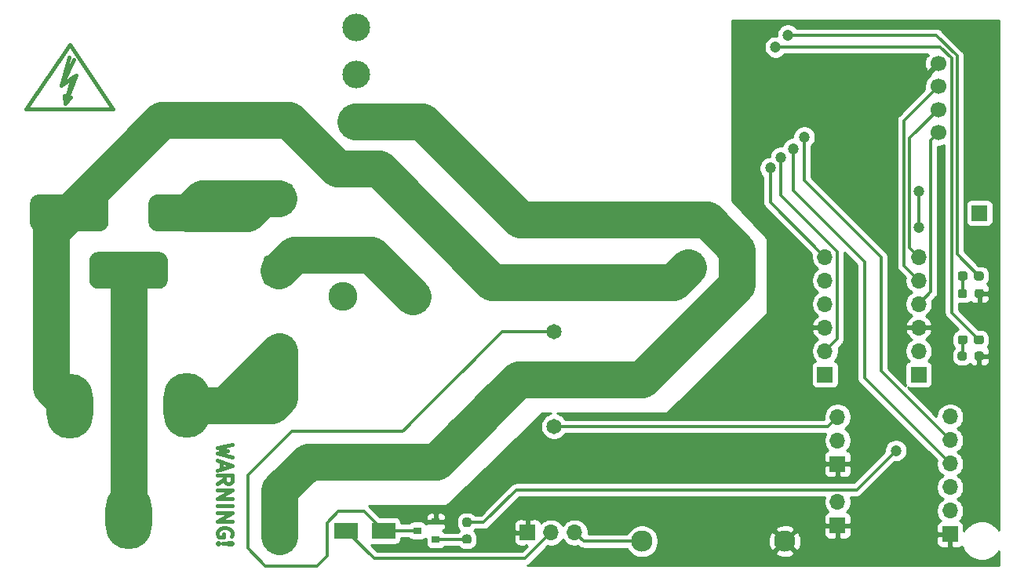
<source format=gtl>
G04 #@! TF.GenerationSoftware,KiCad,Pcbnew,(5.1.12)-1*
G04 #@! TF.CreationDate,2022-05-31T10:14:08-04:00*
G04 #@! TF.ProjectId,OMC_WIFI_PCB,4f4d435f-5749-4464-995f-5043422e6b69,rev?*
G04 #@! TF.SameCoordinates,Original*
G04 #@! TF.FileFunction,Copper,L1,Top*
G04 #@! TF.FilePolarity,Positive*
%FSLAX46Y46*%
G04 Gerber Fmt 4.6, Leading zero omitted, Abs format (unit mm)*
G04 Created by KiCad (PCBNEW (5.1.12)-1) date 2022-05-31 10:14:08*
%MOMM*%
%LPD*%
G01*
G04 APERTURE LIST*
G04 #@! TA.AperFunction,NonConductor*
%ADD10C,0.400000*%
G04 #@! TD*
G04 #@! TA.AperFunction,EtchedComponent*
%ADD11C,0.381000*%
G04 #@! TD*
G04 #@! TA.AperFunction,SMDPad,CuDef*
%ADD12R,0.900000X0.800000*%
G04 #@! TD*
G04 #@! TA.AperFunction,ComponentPad*
%ADD13O,5.000000X7.000000*%
G04 #@! TD*
G04 #@! TA.AperFunction,ComponentPad*
%ADD14O,1.700000X1.700000*%
G04 #@! TD*
G04 #@! TA.AperFunction,ComponentPad*
%ADD15R,1.700000X1.700000*%
G04 #@! TD*
G04 #@! TA.AperFunction,ComponentPad*
%ADD16C,1.700000*%
G04 #@! TD*
G04 #@! TA.AperFunction,ComponentPad*
%ADD17O,3.000000X3.000000*%
G04 #@! TD*
G04 #@! TA.AperFunction,ComponentPad*
%ADD18R,3.000000X3.000000*%
G04 #@! TD*
G04 #@! TA.AperFunction,ComponentPad*
%ADD19C,3.116000*%
G04 #@! TD*
G04 #@! TA.AperFunction,ComponentPad*
%ADD20C,1.650000*%
G04 #@! TD*
G04 #@! TA.AperFunction,ComponentPad*
%ADD21C,2.300000*%
G04 #@! TD*
G04 #@! TA.AperFunction,ComponentPad*
%ADD22C,3.000000*%
G04 #@! TD*
G04 #@! TA.AperFunction,ComponentPad*
%ADD23C,2.350000*%
G04 #@! TD*
G04 #@! TA.AperFunction,SMDPad,CuDef*
%ADD24R,2.500000X1.800000*%
G04 #@! TD*
G04 #@! TA.AperFunction,ViaPad*
%ADD25C,1.200000*%
G04 #@! TD*
G04 #@! TA.AperFunction,Conductor*
%ADD26C,0.300000*%
G04 #@! TD*
G04 #@! TA.AperFunction,Conductor*
%ADD27C,4.000000*%
G04 #@! TD*
G04 #@! TA.AperFunction,Conductor*
%ADD28C,0.254000*%
G04 #@! TD*
G04 #@! TA.AperFunction,Conductor*
%ADD29C,0.100000*%
G04 #@! TD*
G04 APERTURE END LIST*
D10*
X599376190Y928409523D02*
X597776190Y928028571D01*
X598919047Y927723809D01*
X597776190Y927419047D01*
X599376190Y927038095D01*
X598233333Y926504761D02*
X598233333Y925742857D01*
X597776190Y926657142D02*
X599376190Y926123809D01*
X597776190Y925590476D01*
X597776190Y924142857D02*
X598538095Y924676190D01*
X597776190Y925057142D02*
X599376190Y925057142D01*
X599376190Y924447619D01*
X599300000Y924295238D01*
X599223809Y924219047D01*
X599071428Y924142857D01*
X598842857Y924142857D01*
X598690476Y924219047D01*
X598614285Y924295238D01*
X598538095Y924447619D01*
X598538095Y925057142D01*
X597776190Y923457142D02*
X599376190Y923457142D01*
X597776190Y922542857D01*
X599376190Y922542857D01*
X597776190Y921780952D02*
X599376190Y921780952D01*
X597776190Y921019047D02*
X599376190Y921019047D01*
X597776190Y920104761D01*
X599376190Y920104761D01*
X599300000Y918504761D02*
X599376190Y918657142D01*
X599376190Y918885714D01*
X599300000Y919114285D01*
X599147619Y919266666D01*
X598995238Y919342857D01*
X598690476Y919419047D01*
X598461904Y919419047D01*
X598157142Y919342857D01*
X598004761Y919266666D01*
X597852380Y919114285D01*
X597776190Y918885714D01*
X597776190Y918733333D01*
X597852380Y918504761D01*
X597928571Y918428571D01*
X598461904Y918428571D01*
X598461904Y918733333D01*
X597928571Y917742857D02*
X597852380Y917666666D01*
X597776190Y917742857D01*
X597852380Y917819047D01*
X597928571Y917742857D01*
X597776190Y917742857D01*
X598385714Y917742857D02*
X599300000Y917819047D01*
X599376190Y917742857D01*
X599300000Y917666666D01*
X598385714Y917742857D01*
X599376190Y917742857D01*
D11*
X581352160Y965200360D02*
X582551040Y968299160D01*
X582551040Y968299160D02*
X581951600Y967900380D01*
X580950840Y967199340D02*
X582251320Y970000960D01*
X581352160Y965200360D02*
X581951600Y965898860D01*
X581750940Y970199080D02*
X580950840Y967199340D01*
X580950840Y967199340D02*
X582149720Y967999440D01*
X582149720Y967999440D02*
X581352160Y965200360D01*
X581352160Y965200360D02*
X581250560Y966099520D01*
X581850000Y971591000D02*
X586549000Y964606000D01*
X586549000Y964606000D02*
X577151000Y964606000D01*
X577151000Y964606000D02*
X581850000Y971591000D01*
D12*
X619350000Y919100000D03*
X621350000Y920050000D03*
X621350000Y918150000D03*
G04 #@! TA.AperFunction,ComponentPad*
G36*
G01*
X602800000Y953699999D02*
X602800000Y956300001D01*
G75*
G02*
X603049999Y956550000I249999J0D01*
G01*
X605650001Y956550000D01*
G75*
G02*
X605900000Y956300001I0J-249999D01*
G01*
X605900000Y953699999D01*
G75*
G02*
X605650001Y953450000I-249999J0D01*
G01*
X603049999Y953450000D01*
G75*
G02*
X602800000Y953699999I0J249999D01*
G01*
G37*
G04 #@! TD.AperFunction*
G04 #@! TA.AperFunction,ComponentPad*
G36*
G01*
X602800000Y945899999D02*
X602800000Y948500001D01*
G75*
G02*
X603049999Y948750000I249999J0D01*
G01*
X605650001Y948750000D01*
G75*
G02*
X605900000Y948500001I0J-249999D01*
G01*
X605900000Y945899999D01*
G75*
G02*
X605650001Y945650000I-249999J0D01*
G01*
X603049999Y945650000D01*
G75*
G02*
X602800000Y945899999I0J249999D01*
G01*
G37*
G04 #@! TD.AperFunction*
G04 #@! TA.AperFunction,ComponentPad*
G36*
G01*
X577550000Y952400000D02*
X577550000Y954400000D01*
G75*
G02*
X578550000Y955400000I1000000J0D01*
G01*
X585050000Y955400000D01*
G75*
G02*
X586050000Y954400000I0J-1000000D01*
G01*
X586050000Y952400000D01*
G75*
G02*
X585050000Y951400000I-1000000J0D01*
G01*
X578550000Y951400000D01*
G75*
G02*
X577550000Y952400000I0J1000000D01*
G01*
G37*
G04 #@! TD.AperFunction*
G04 #@! TA.AperFunction,ComponentPad*
G36*
G01*
X590350000Y952400000D02*
X590350000Y954400000D01*
G75*
G02*
X591350000Y955400000I1000000J0D01*
G01*
X597850000Y955400000D01*
G75*
G02*
X598850000Y954400000I0J-1000000D01*
G01*
X598850000Y952400000D01*
G75*
G02*
X597850000Y951400000I-1000000J0D01*
G01*
X591350000Y951400000D01*
G75*
G02*
X590350000Y952400000I0J1000000D01*
G01*
G37*
G04 #@! TD.AperFunction*
G04 #@! TA.AperFunction,ComponentPad*
G36*
G01*
X583950000Y946200000D02*
X583950000Y948200000D01*
G75*
G02*
X584950000Y949200000I1000000J0D01*
G01*
X591450000Y949200000D01*
G75*
G02*
X592450000Y948200000I0J-1000000D01*
G01*
X592450000Y946200000D01*
G75*
G02*
X591450000Y945200000I-1000000J0D01*
G01*
X584950000Y945200000D01*
G75*
G02*
X583950000Y946200000I0J1000000D01*
G01*
G37*
G04 #@! TD.AperFunction*
D13*
X594500000Y932600000D03*
X581900000Y932500000D03*
X588200000Y920600000D03*
D14*
X663350000Y948650000D03*
X663350000Y946110000D03*
X663350000Y943570000D03*
X663350000Y941030000D03*
X663350000Y938490000D03*
D15*
X663350000Y935950000D03*
D14*
X673450000Y946110000D03*
X673450000Y943570000D03*
X673450000Y941030000D03*
X673450000Y948650000D03*
X673450000Y938490000D03*
D15*
X673450000Y935950000D03*
X680000000Y953400000D03*
D14*
X636330000Y918900000D03*
X633790000Y918900000D03*
D15*
X631250000Y918900000D03*
D16*
X675550000Y962050000D03*
X675550000Y964550000D03*
X675550000Y967050000D03*
X675550000Y969550000D03*
D17*
X612800000Y973400000D03*
X612800000Y968320000D03*
X612800000Y963280000D03*
D18*
X612800000Y958160000D03*
D19*
X611300000Y944350000D03*
X621400000Y926550000D03*
X618900000Y944350000D03*
D20*
X634100000Y940550000D03*
X634100000Y930350000D03*
D19*
X636600000Y935450000D03*
D14*
X664700000Y922200000D03*
D15*
X664700000Y919660000D03*
D21*
X659000000Y917950000D03*
D18*
X653800000Y947350000D03*
D22*
X648800000Y947350000D03*
D21*
X643600000Y917950000D03*
G04 #@! TA.AperFunction,SMDPad,CuDef*
G36*
G01*
X624462500Y918662500D02*
X624937500Y918662500D01*
G75*
G02*
X625175000Y918425000I0J-237500D01*
G01*
X625175000Y917925000D01*
G75*
G02*
X624937500Y917687500I-237500J0D01*
G01*
X624462500Y917687500D01*
G75*
G02*
X624225000Y917925000I0J237500D01*
G01*
X624225000Y918425000D01*
G75*
G02*
X624462500Y918662500I237500J0D01*
G01*
G37*
G04 #@! TD.AperFunction*
G04 #@! TA.AperFunction,SMDPad,CuDef*
G36*
G01*
X624462500Y920487500D02*
X624937500Y920487500D01*
G75*
G02*
X625175000Y920250000I0J-237500D01*
G01*
X625175000Y919750000D01*
G75*
G02*
X624937500Y919512500I-237500J0D01*
G01*
X624462500Y919512500D01*
G75*
G02*
X624225000Y919750000I0J237500D01*
G01*
X624225000Y920250000D01*
G75*
G02*
X624462500Y920487500I237500J0D01*
G01*
G37*
G04 #@! TD.AperFunction*
G04 #@! TA.AperFunction,SMDPad,CuDef*
G36*
G01*
X679487500Y937712500D02*
X679487500Y938187500D01*
G75*
G02*
X679725000Y938425000I237500J0D01*
G01*
X680225000Y938425000D01*
G75*
G02*
X680462500Y938187500I0J-237500D01*
G01*
X680462500Y937712500D01*
G75*
G02*
X680225000Y937475000I-237500J0D01*
G01*
X679725000Y937475000D01*
G75*
G02*
X679487500Y937712500I0J237500D01*
G01*
G37*
G04 #@! TD.AperFunction*
G04 #@! TA.AperFunction,SMDPad,CuDef*
G36*
G01*
X677662500Y937712500D02*
X677662500Y938187500D01*
G75*
G02*
X677900000Y938425000I237500J0D01*
G01*
X678400000Y938425000D01*
G75*
G02*
X678637500Y938187500I0J-237500D01*
G01*
X678637500Y937712500D01*
G75*
G02*
X678400000Y937475000I-237500J0D01*
G01*
X677900000Y937475000D01*
G75*
G02*
X677662500Y937712500I0J237500D01*
G01*
G37*
G04 #@! TD.AperFunction*
G04 #@! TA.AperFunction,SMDPad,CuDef*
G36*
G01*
X679512500Y944462500D02*
X679512500Y944937500D01*
G75*
G02*
X679750000Y945175000I237500J0D01*
G01*
X680250000Y945175000D01*
G75*
G02*
X680487500Y944937500I0J-237500D01*
G01*
X680487500Y944462500D01*
G75*
G02*
X680250000Y944225000I-237500J0D01*
G01*
X679750000Y944225000D01*
G75*
G02*
X679512500Y944462500I0J237500D01*
G01*
G37*
G04 #@! TD.AperFunction*
G04 #@! TA.AperFunction,SMDPad,CuDef*
G36*
G01*
X677687500Y944462500D02*
X677687500Y944937500D01*
G75*
G02*
X677925000Y945175000I237500J0D01*
G01*
X678425000Y945175000D01*
G75*
G02*
X678662500Y944937500I0J-237500D01*
G01*
X678662500Y944462500D01*
G75*
G02*
X678425000Y944225000I-237500J0D01*
G01*
X677925000Y944225000D01*
G75*
G02*
X677687500Y944462500I0J237500D01*
G01*
G37*
G04 #@! TD.AperFunction*
D14*
X664700000Y931380000D03*
X664700000Y928840000D03*
D15*
X664700000Y926300000D03*
D23*
X604500000Y918450000D03*
X604500000Y923450000D03*
X604500000Y938450000D03*
X604500000Y933450000D03*
D24*
X615700000Y919100000D03*
X611700000Y919100000D03*
G04 #@! TA.AperFunction,SMDPad,CuDef*
G36*
G01*
X679425000Y939462500D02*
X679425000Y939937500D01*
G75*
G02*
X679662500Y940175000I237500J0D01*
G01*
X680237500Y940175000D01*
G75*
G02*
X680475000Y939937500I0J-237500D01*
G01*
X680475000Y939462500D01*
G75*
G02*
X680237500Y939225000I-237500J0D01*
G01*
X679662500Y939225000D01*
G75*
G02*
X679425000Y939462500I0J237500D01*
G01*
G37*
G04 #@! TD.AperFunction*
G04 #@! TA.AperFunction,SMDPad,CuDef*
G36*
G01*
X677675000Y939462500D02*
X677675000Y939937500D01*
G75*
G02*
X677912500Y940175000I237500J0D01*
G01*
X678487500Y940175000D01*
G75*
G02*
X678725000Y939937500I0J-237500D01*
G01*
X678725000Y939462500D01*
G75*
G02*
X678487500Y939225000I-237500J0D01*
G01*
X677912500Y939225000D01*
G75*
G02*
X677675000Y939462500I0J237500D01*
G01*
G37*
G04 #@! TD.AperFunction*
G04 #@! TA.AperFunction,SMDPad,CuDef*
G36*
G01*
X679425000Y946362500D02*
X679425000Y946837500D01*
G75*
G02*
X679662500Y947075000I237500J0D01*
G01*
X680237500Y947075000D01*
G75*
G02*
X680475000Y946837500I0J-237500D01*
G01*
X680475000Y946362500D01*
G75*
G02*
X680237500Y946125000I-237500J0D01*
G01*
X679662500Y946125000D01*
G75*
G02*
X679425000Y946362500I0J237500D01*
G01*
G37*
G04 #@! TD.AperFunction*
G04 #@! TA.AperFunction,SMDPad,CuDef*
G36*
G01*
X677675000Y946362500D02*
X677675000Y946837500D01*
G75*
G02*
X677912500Y947075000I237500J0D01*
G01*
X678487500Y947075000D01*
G75*
G02*
X678725000Y946837500I0J-237500D01*
G01*
X678725000Y946362500D01*
G75*
G02*
X678487500Y946125000I-237500J0D01*
G01*
X677912500Y946125000D01*
G75*
G02*
X677675000Y946362500I0J237500D01*
G01*
G37*
G04 #@! TD.AperFunction*
D14*
X676850000Y931400000D03*
X676850000Y928860000D03*
X676850000Y926320000D03*
X676850000Y923780000D03*
X676850000Y921240000D03*
D15*
X676850000Y918700000D03*
D25*
X661100000Y961600000D03*
X659900000Y960300000D03*
X671000000Y927750000D03*
X658600000Y959400000D03*
X657434999Y958240002D03*
X659350000Y972600000D03*
X658000000Y971300000D03*
X673500000Y955700000D03*
X673500000Y951850000D03*
D26*
X611700000Y919100000D02*
X614700000Y916100000D01*
X614700000Y916100000D02*
X631000000Y916100000D01*
X663970000Y930650000D02*
X664700000Y931380000D01*
X663670000Y930350000D02*
X664700000Y931380000D01*
X634100000Y930350000D02*
X663670000Y930350000D01*
X631000000Y916110000D02*
X633790000Y918900000D01*
X674750001Y961250001D02*
X675550000Y962050000D01*
X674750001Y944870001D02*
X674750001Y961250001D01*
X673450000Y943570000D02*
X674750001Y944870001D01*
X669400000Y936310000D02*
X669400000Y938150000D01*
X676850000Y928860000D02*
X669400000Y936310000D01*
X669400000Y948650000D02*
X669400000Y936310000D01*
X661100000Y956950000D02*
X669400000Y948650000D01*
X661100000Y961600000D02*
X661100000Y956950000D01*
X667600000Y935570000D02*
X676850000Y926320000D01*
X659900000Y955800000D02*
X667600000Y948100000D01*
X667600000Y948100000D02*
X667600000Y935570000D01*
X659900000Y960300000D02*
X659900000Y955800000D01*
D27*
X627450000Y945900000D02*
X646938922Y945900000D01*
X646938922Y945900000D02*
X648594461Y947555539D01*
X579800000Y934600000D02*
X581900000Y932500000D01*
X579800000Y951400000D02*
X579800000Y934600000D01*
X581800000Y953400000D02*
X579800000Y951400000D01*
X605508910Y963400010D02*
X610748920Y958160000D01*
X591800010Y963400010D02*
X605508910Y963400010D01*
X610748920Y958160000D02*
X612800000Y958160000D01*
X581800000Y953400000D02*
X591800010Y963400010D01*
X615190000Y958160000D02*
X627450000Y945900000D01*
X612800000Y958160000D02*
X615190000Y958160000D01*
D26*
X624650000Y920050000D02*
X624700000Y920000000D01*
X666750001Y923500001D02*
X671000000Y927750000D01*
X630025001Y923500001D02*
X666750001Y923500001D01*
X626525000Y920000000D02*
X630025001Y923500001D01*
X624700000Y920000000D02*
X626525000Y920000000D01*
X671849991Y963349991D02*
X671849991Y962849991D01*
X675550000Y967050000D02*
X671849991Y963349991D01*
X671849991Y947710009D02*
X671849991Y948049991D01*
X673450000Y946110000D02*
X671849991Y947710009D01*
X671849991Y948049991D02*
X671849991Y947810009D01*
X671849991Y962849991D02*
X671849991Y948049991D01*
X672450001Y949649999D02*
X673450000Y948650000D01*
X672450001Y961450001D02*
X672450001Y949649999D01*
X675550000Y964550000D02*
X672450001Y961450001D01*
X664650001Y949249999D02*
X658600000Y955300000D01*
X664650001Y939790001D02*
X664650001Y949249999D01*
X663350000Y938490000D02*
X664650001Y939790001D01*
X658600000Y955300000D02*
X658600000Y959400000D01*
X657434999Y954565001D02*
X657434999Y955365001D01*
X663350000Y948650000D02*
X657434999Y954565001D01*
X657434999Y958240002D02*
X657434999Y955365001D01*
D27*
X604500000Y938450000D02*
X604500000Y933450000D01*
X598650000Y932600000D02*
X604500000Y938450000D01*
X594500000Y932600000D02*
X598650000Y932600000D01*
X603650000Y932600000D02*
X604500000Y933450000D01*
X594500000Y932600000D02*
X603650000Y932600000D01*
D26*
X624700000Y918175000D02*
X624700000Y918540212D01*
X624675000Y918150000D02*
X624700000Y918175000D01*
D27*
X612680000Y963300000D02*
X612700000Y963280000D01*
X612700000Y963280000D02*
X619870000Y963280000D01*
X630499990Y952650010D02*
X650571071Y952650010D01*
X619870000Y963280000D02*
X630499990Y952650010D01*
X636600000Y935450000D02*
X630300000Y935450000D01*
X653800000Y945689998D02*
X653800000Y947350000D01*
X643560002Y935450000D02*
X653800000Y945689998D01*
X636600000Y935450000D02*
X643560002Y935450000D01*
X653800000Y949421081D02*
X653800000Y947350000D01*
X650571071Y952650010D02*
X653800000Y949421081D01*
X624050000Y929200000D02*
X626025000Y931175000D01*
X626025000Y931175000D02*
X621400000Y926550000D01*
X624250000Y929400000D02*
X627775000Y932925000D01*
X627775000Y932925000D02*
X626025000Y931175000D01*
X630300000Y935450000D02*
X627775000Y932925000D01*
X604500000Y918450000D02*
X604500000Y923450000D01*
X607600000Y926550000D02*
X621400000Y926550000D01*
X604500000Y923450000D02*
X607600000Y926550000D01*
X618900000Y944350000D02*
X614341999Y948908001D01*
X606058001Y948908001D02*
X614341999Y948908001D01*
X604350000Y947200000D02*
X606058001Y948908001D01*
D26*
X634100000Y940550000D02*
X628550000Y940550000D01*
X625925000Y937925000D02*
X624249990Y936249990D01*
X628550000Y940550000D02*
X625925000Y937925000D01*
X618650000Y930650000D02*
X625925000Y937925000D01*
X618200000Y930200000D02*
X618650000Y930650000D01*
X617800000Y929800000D02*
X618250000Y930250000D01*
X602950010Y915299990D02*
X601050000Y917200000D01*
X609600000Y916400000D02*
X608499990Y915299990D01*
X608499990Y915299990D02*
X602950010Y915299990D01*
X609600000Y919960002D02*
X609600000Y916400000D01*
X613600000Y921200000D02*
X610839998Y921200000D01*
X610839998Y921200000D02*
X609600000Y919960002D01*
X618250000Y930250000D02*
X618099990Y930099990D01*
X615700000Y919100000D02*
X613600000Y921200000D01*
X618650000Y930650000D02*
X618250000Y930250000D01*
X602150000Y926150000D02*
X605800000Y929800000D01*
X605800000Y929800000D02*
X617800000Y929800000D01*
X602150000Y926150000D02*
X601050000Y925050000D01*
X601050000Y917200000D02*
X601050000Y925050000D01*
X619350000Y919100000D02*
X615700000Y919100000D01*
X675348542Y972600000D02*
X677600009Y970348533D01*
X659350000Y972600000D02*
X675348542Y972600000D01*
X677600009Y948949991D02*
X679950000Y946600000D01*
X677600009Y970348533D02*
X677600009Y948949991D01*
X679550000Y939650000D02*
X679600000Y939700000D01*
X679697288Y939700000D02*
X679950000Y939700000D01*
X677000000Y942650000D02*
X679950000Y939700000D01*
X677000000Y970100000D02*
X677000000Y942650000D01*
X675800000Y971300000D02*
X677000000Y970100000D01*
X658000000Y971300000D02*
X675800000Y971300000D01*
X678200000Y944725000D02*
X678175000Y944700000D01*
X678200000Y946600000D02*
X678200000Y944725000D01*
X677800000Y938000000D02*
X677800000Y937950000D01*
X678200000Y938000000D02*
X678150000Y937950000D01*
X678200000Y939700000D02*
X678200000Y938000000D01*
X637280000Y917950000D02*
X636330000Y918900000D01*
X643600000Y917950000D02*
X637280000Y917950000D01*
X673500000Y951850000D02*
X673500000Y955700000D01*
D27*
X588200000Y947200000D02*
X588200000Y920600000D01*
X596200000Y955000000D02*
X594600000Y953400000D01*
X601000000Y953400000D02*
X602600000Y955000000D01*
X594600000Y953400000D02*
X601000000Y953400000D01*
X602600000Y955000000D02*
X596200000Y955000000D01*
X604350000Y955000000D02*
X602600000Y955000000D01*
D26*
X621350000Y918150000D02*
X624675000Y918150000D01*
D28*
X682090000Y919151247D02*
X681935163Y919382977D01*
X681632977Y919685163D01*
X681277645Y919922588D01*
X680882821Y920086130D01*
X680463677Y920169503D01*
X680036323Y920169503D01*
X679617179Y920086130D01*
X679222355Y919922588D01*
X678867023Y919685163D01*
X678564837Y919382977D01*
X678335292Y919039439D01*
X678338072Y919550000D01*
X678325812Y919674482D01*
X678289502Y919794180D01*
X678230537Y919904494D01*
X678151185Y920001185D01*
X678054494Y920080537D01*
X677944180Y920139502D01*
X677871620Y920161513D01*
X678003475Y920293368D01*
X678165990Y920536589D01*
X678277932Y920806842D01*
X678335000Y921093740D01*
X678335000Y921386260D01*
X678277932Y921673158D01*
X678165990Y921943411D01*
X678003475Y922186632D01*
X677796632Y922393475D01*
X677622240Y922510000D01*
X677796632Y922626525D01*
X678003475Y922833368D01*
X678165990Y923076589D01*
X678277932Y923346842D01*
X678335000Y923633740D01*
X678335000Y923926260D01*
X678277932Y924213158D01*
X678165990Y924483411D01*
X678003475Y924726632D01*
X677796632Y924933475D01*
X677622240Y925050000D01*
X677796632Y925166525D01*
X678003475Y925373368D01*
X678165990Y925616589D01*
X678277932Y925886842D01*
X678335000Y926173740D01*
X678335000Y926466260D01*
X678277932Y926753158D01*
X678165990Y927023411D01*
X678003475Y927266632D01*
X677796632Y927473475D01*
X677622240Y927590000D01*
X677796632Y927706525D01*
X678003475Y927913368D01*
X678165990Y928156589D01*
X678277932Y928426842D01*
X678335000Y928713740D01*
X678335000Y929006260D01*
X678277932Y929293158D01*
X678165990Y929563411D01*
X678003475Y929806632D01*
X677796632Y930013475D01*
X677622240Y930130000D01*
X677796632Y930246525D01*
X678003475Y930453368D01*
X678165990Y930696589D01*
X678277932Y930966842D01*
X678335000Y931253740D01*
X678335000Y931546260D01*
X678277932Y931833158D01*
X678165990Y932103411D01*
X678003475Y932346632D01*
X677796632Y932553475D01*
X677553411Y932715990D01*
X677283158Y932827932D01*
X676996260Y932885000D01*
X676703740Y932885000D01*
X676416842Y932827932D01*
X676146589Y932715990D01*
X675903368Y932553475D01*
X675696525Y932346632D01*
X675534010Y932103411D01*
X675422068Y931833158D01*
X675365000Y931546260D01*
X675365000Y931455158D01*
X672256652Y934563505D01*
X672355820Y934510498D01*
X672475518Y934474188D01*
X672600000Y934461928D01*
X674300000Y934461928D01*
X674424482Y934474188D01*
X674544180Y934510498D01*
X674654494Y934569463D01*
X674751185Y934648815D01*
X674830537Y934745506D01*
X674889502Y934855820D01*
X674925812Y934975518D01*
X674938072Y935100000D01*
X674938072Y936800000D01*
X674925812Y936924482D01*
X674889502Y937044180D01*
X674830537Y937154494D01*
X674751185Y937251185D01*
X674654494Y937330537D01*
X674544180Y937389502D01*
X674471620Y937411513D01*
X674603475Y937543368D01*
X674765990Y937786589D01*
X674877932Y938056842D01*
X674935000Y938343740D01*
X674935000Y938636260D01*
X674877932Y938923158D01*
X674765990Y939193411D01*
X674603475Y939436632D01*
X674396632Y939643475D01*
X674214466Y939765195D01*
X674331355Y939834822D01*
X674547588Y940029731D01*
X674721641Y940263080D01*
X674846825Y940525901D01*
X674891476Y940673110D01*
X674770155Y940903000D01*
X673577000Y940903000D01*
X673577000Y940883000D01*
X673323000Y940883000D01*
X673323000Y940903000D01*
X672129845Y940903000D01*
X672008524Y940673110D01*
X672053175Y940525901D01*
X672178359Y940263080D01*
X672352412Y940029731D01*
X672568645Y939834822D01*
X672685534Y939765195D01*
X672503368Y939643475D01*
X672296525Y939436632D01*
X672134010Y939193411D01*
X672022068Y938923158D01*
X671965000Y938636260D01*
X671965000Y938343740D01*
X672022068Y938056842D01*
X672134010Y937786589D01*
X672296525Y937543368D01*
X672428380Y937411513D01*
X672355820Y937389502D01*
X672245506Y937330537D01*
X672148815Y937251185D01*
X672069463Y937154494D01*
X672010498Y937044180D01*
X671974188Y936924482D01*
X671961928Y936800000D01*
X671961928Y935100000D01*
X671974188Y934975518D01*
X672010498Y934855820D01*
X672063505Y934756652D01*
X670185000Y936635157D01*
X670185000Y948611444D01*
X670188797Y948650000D01*
X670185000Y948688560D01*
X670185000Y948688561D01*
X670181020Y948728974D01*
X670173642Y948803887D01*
X670128754Y948951860D01*
X670112775Y948981755D01*
X670055862Y949088233D01*
X669957764Y949207764D01*
X669927811Y949232346D01*
X661885000Y957275157D01*
X661885000Y960639198D01*
X661887267Y960640713D01*
X662059287Y960812733D01*
X662194443Y961015008D01*
X662287540Y961239764D01*
X662335000Y961478363D01*
X662335000Y961721637D01*
X662287540Y961960236D01*
X662194443Y962184992D01*
X662059287Y962387267D01*
X661887267Y962559287D01*
X661684992Y962694443D01*
X661460236Y962787540D01*
X661221637Y962835000D01*
X660978363Y962835000D01*
X660739764Y962787540D01*
X660515008Y962694443D01*
X660312733Y962559287D01*
X660140713Y962387267D01*
X660005557Y962184992D01*
X659912460Y961960236D01*
X659865000Y961721637D01*
X659865000Y961535000D01*
X659778363Y961535000D01*
X659539764Y961487540D01*
X659315008Y961394443D01*
X659112733Y961259287D01*
X658940713Y961087267D01*
X658805557Y960884992D01*
X658712460Y960660236D01*
X658707440Y960635000D01*
X658478363Y960635000D01*
X658239764Y960587540D01*
X658015008Y960494443D01*
X657812733Y960359287D01*
X657640713Y960187267D01*
X657505557Y959984992D01*
X657412460Y959760236D01*
X657365000Y959521637D01*
X657365000Y959475002D01*
X657313362Y959475002D01*
X657074763Y959427542D01*
X656850007Y959334445D01*
X656647732Y959199289D01*
X656475712Y959027269D01*
X656340556Y958824994D01*
X656247459Y958600238D01*
X656199999Y958361639D01*
X656199999Y958118365D01*
X656247459Y957879766D01*
X656340556Y957655010D01*
X656475712Y957452735D01*
X656647732Y957280715D01*
X656649999Y957279200D01*
X656650000Y955403572D01*
X656649999Y955403562D01*
X656649999Y954603554D01*
X656646202Y954565001D01*
X656649999Y954526448D01*
X656649999Y954526441D01*
X656661358Y954411115D01*
X656706245Y954263142D01*
X656779137Y954126769D01*
X656877235Y954007237D01*
X656907189Y953982654D01*
X661902925Y948986918D01*
X661865000Y948796260D01*
X661865000Y948503740D01*
X661922068Y948216842D01*
X662034010Y947946589D01*
X662196525Y947703368D01*
X662403368Y947496525D01*
X662577760Y947380000D01*
X662403368Y947263475D01*
X662196525Y947056632D01*
X662034010Y946813411D01*
X661922068Y946543158D01*
X661865000Y946256260D01*
X661865000Y945963740D01*
X661922068Y945676842D01*
X662034010Y945406589D01*
X662196525Y945163368D01*
X662403368Y944956525D01*
X662577760Y944840000D01*
X662403368Y944723475D01*
X662196525Y944516632D01*
X662034010Y944273411D01*
X661922068Y944003158D01*
X661865000Y943716260D01*
X661865000Y943423740D01*
X661922068Y943136842D01*
X662034010Y942866589D01*
X662196525Y942623368D01*
X662403368Y942416525D01*
X662585534Y942294805D01*
X662468645Y942225178D01*
X662252412Y942030269D01*
X662078359Y941796920D01*
X661953175Y941534099D01*
X661908524Y941386890D01*
X662029845Y941157000D01*
X663223000Y941157000D01*
X663223000Y941177000D01*
X663477000Y941177000D01*
X663477000Y941157000D01*
X663497000Y941157000D01*
X663497000Y940903000D01*
X663477000Y940903000D01*
X663477000Y940883000D01*
X663223000Y940883000D01*
X663223000Y940903000D01*
X662029845Y940903000D01*
X661908524Y940673110D01*
X661953175Y940525901D01*
X662078359Y940263080D01*
X662252412Y940029731D01*
X662468645Y939834822D01*
X662585534Y939765195D01*
X662403368Y939643475D01*
X662196525Y939436632D01*
X662034010Y939193411D01*
X661922068Y938923158D01*
X661865000Y938636260D01*
X661865000Y938343740D01*
X661922068Y938056842D01*
X662034010Y937786589D01*
X662196525Y937543368D01*
X662328380Y937411513D01*
X662255820Y937389502D01*
X662145506Y937330537D01*
X662048815Y937251185D01*
X661969463Y937154494D01*
X661910498Y937044180D01*
X661874188Y936924482D01*
X661861928Y936800000D01*
X661861928Y935100000D01*
X661874188Y934975518D01*
X661910498Y934855820D01*
X661969463Y934745506D01*
X662048815Y934648815D01*
X662145506Y934569463D01*
X662255820Y934510498D01*
X662375518Y934474188D01*
X662500000Y934461928D01*
X664200000Y934461928D01*
X664324482Y934474188D01*
X664444180Y934510498D01*
X664554494Y934569463D01*
X664651185Y934648815D01*
X664730537Y934745506D01*
X664789502Y934855820D01*
X664825812Y934975518D01*
X664838072Y935100000D01*
X664838072Y936800000D01*
X664825812Y936924482D01*
X664789502Y937044180D01*
X664730537Y937154494D01*
X664651185Y937251185D01*
X664554494Y937330537D01*
X664444180Y937389502D01*
X664371620Y937411513D01*
X664503475Y937543368D01*
X664665990Y937786589D01*
X664777932Y938056842D01*
X664835000Y938343740D01*
X664835000Y938636260D01*
X664797076Y938826918D01*
X665177818Y939207660D01*
X665207765Y939232237D01*
X665305863Y939351768D01*
X665378755Y939488141D01*
X665423642Y939636114D01*
X665435001Y939751440D01*
X665435001Y939751447D01*
X665438798Y939790000D01*
X665435001Y939828553D01*
X665435001Y949154841D01*
X666815000Y947774842D01*
X666815001Y935608563D01*
X666811203Y935570000D01*
X666826359Y935416114D01*
X666871246Y935268141D01*
X666887314Y935238080D01*
X666944139Y935131767D01*
X666970210Y935100000D01*
X667017655Y935042188D01*
X667017659Y935042184D01*
X667042237Y935012236D01*
X667072185Y934987658D01*
X675402924Y926656918D01*
X675365000Y926466260D01*
X675365000Y926173740D01*
X675422068Y925886842D01*
X675534010Y925616589D01*
X675696525Y925373368D01*
X675903368Y925166525D01*
X676077760Y925050000D01*
X675903368Y924933475D01*
X675696525Y924726632D01*
X675534010Y924483411D01*
X675422068Y924213158D01*
X675365000Y923926260D01*
X675365000Y923633740D01*
X675422068Y923346842D01*
X675534010Y923076589D01*
X675696525Y922833368D01*
X675903368Y922626525D01*
X676077760Y922510000D01*
X675903368Y922393475D01*
X675696525Y922186632D01*
X675534010Y921943411D01*
X675422068Y921673158D01*
X675365000Y921386260D01*
X675365000Y921093740D01*
X675422068Y920806842D01*
X675534010Y920536589D01*
X675696525Y920293368D01*
X675828380Y920161513D01*
X675755820Y920139502D01*
X675645506Y920080537D01*
X675548815Y920001185D01*
X675469463Y919904494D01*
X675410498Y919794180D01*
X675374188Y919674482D01*
X675361928Y919550000D01*
X675365000Y918985750D01*
X675523750Y918827000D01*
X676723000Y918827000D01*
X676723000Y918847000D01*
X676977000Y918847000D01*
X676977000Y918827000D01*
X676997000Y918827000D01*
X676997000Y918573000D01*
X676977000Y918573000D01*
X676977000Y917373750D01*
X677135750Y917215000D01*
X677700000Y917211928D01*
X677824482Y917224188D01*
X677944180Y917260498D01*
X678054494Y917319463D01*
X678151185Y917398815D01*
X678156330Y917405084D01*
X678163870Y917367179D01*
X678327412Y916972355D01*
X678564837Y916617023D01*
X678867023Y916314837D01*
X679222355Y916077412D01*
X679617179Y915913870D01*
X680036323Y915830497D01*
X680463677Y915830497D01*
X680882821Y915913870D01*
X681277645Y916077412D01*
X681632977Y916314837D01*
X681935163Y916617023D01*
X682090000Y916848753D01*
X682090000Y915360000D01*
X631264787Y915360000D01*
X631301860Y915371246D01*
X631438233Y915444138D01*
X631557764Y915542236D01*
X631628116Y915627959D01*
X633453082Y917452925D01*
X633643740Y917415000D01*
X633936260Y917415000D01*
X634223158Y917472068D01*
X634493411Y917584010D01*
X634736632Y917746525D01*
X634943475Y917953368D01*
X635060000Y918127760D01*
X635176525Y917953368D01*
X635383368Y917746525D01*
X635626589Y917584010D01*
X635896842Y917472068D01*
X636183740Y917415000D01*
X636476260Y917415000D01*
X636666918Y917452925D01*
X636697653Y917422190D01*
X636722236Y917392236D01*
X636841767Y917294138D01*
X636972636Y917224188D01*
X636978140Y917221246D01*
X637126113Y917176358D01*
X637201026Y917168980D01*
X637241439Y917165000D01*
X637241444Y917165000D01*
X637280000Y917161203D01*
X637318556Y917165000D01*
X641993087Y917165000D01*
X642018153Y917104485D01*
X642213500Y916812129D01*
X642462129Y916563500D01*
X642754485Y916368153D01*
X643079335Y916233596D01*
X643424193Y916165000D01*
X643775807Y916165000D01*
X644120665Y916233596D01*
X644445515Y916368153D01*
X644737871Y916563500D01*
X644882022Y916707651D01*
X657937256Y916707651D01*
X658051118Y916427910D01*
X658366296Y916272039D01*
X658705826Y916180651D01*
X659056661Y916157259D01*
X659405319Y916202760D01*
X659738400Y916315406D01*
X659948882Y916427910D01*
X660062744Y916707651D01*
X659000000Y917770395D01*
X657937256Y916707651D01*
X644882022Y916707651D01*
X644986500Y916812129D01*
X645181847Y917104485D01*
X645316404Y917429335D01*
X645385000Y917774193D01*
X645385000Y917893339D01*
X657207259Y917893339D01*
X657252760Y917544681D01*
X657365406Y917211600D01*
X657477910Y917001118D01*
X657757651Y916887256D01*
X658820395Y917950000D01*
X659179605Y917950000D01*
X660242349Y916887256D01*
X660522090Y917001118D01*
X660677961Y917316296D01*
X660769349Y917655826D01*
X660782295Y917850000D01*
X675361928Y917850000D01*
X675374188Y917725518D01*
X675410498Y917605820D01*
X675469463Y917495506D01*
X675548815Y917398815D01*
X675645506Y917319463D01*
X675755820Y917260498D01*
X675875518Y917224188D01*
X676000000Y917211928D01*
X676564250Y917215000D01*
X676723000Y917373750D01*
X676723000Y918573000D01*
X675523750Y918573000D01*
X675365000Y918414250D01*
X675361928Y917850000D01*
X660782295Y917850000D01*
X660792741Y918006661D01*
X660747240Y918355319D01*
X660634594Y918688400D01*
X660569599Y918810000D01*
X663211928Y918810000D01*
X663224188Y918685518D01*
X663260498Y918565820D01*
X663319463Y918455506D01*
X663398815Y918358815D01*
X663495506Y918279463D01*
X663605820Y918220498D01*
X663725518Y918184188D01*
X663850000Y918171928D01*
X664414250Y918175000D01*
X664573000Y918333750D01*
X664573000Y919533000D01*
X664827000Y919533000D01*
X664827000Y918333750D01*
X664985750Y918175000D01*
X665550000Y918171928D01*
X665674482Y918184188D01*
X665794180Y918220498D01*
X665904494Y918279463D01*
X666001185Y918358815D01*
X666080537Y918455506D01*
X666139502Y918565820D01*
X666175812Y918685518D01*
X666188072Y918810000D01*
X666185000Y919374250D01*
X666026250Y919533000D01*
X664827000Y919533000D01*
X664573000Y919533000D01*
X663373750Y919533000D01*
X663215000Y919374250D01*
X663211928Y918810000D01*
X660569599Y918810000D01*
X660522090Y918898882D01*
X660242349Y919012744D01*
X659179605Y917950000D01*
X658820395Y917950000D01*
X657757651Y919012744D01*
X657477910Y918898882D01*
X657322039Y918583704D01*
X657230651Y918244174D01*
X657207259Y917893339D01*
X645385000Y917893339D01*
X645385000Y918125807D01*
X645316404Y918470665D01*
X645181847Y918795515D01*
X644986500Y919087871D01*
X644882022Y919192349D01*
X657937256Y919192349D01*
X659000000Y918129605D01*
X660062744Y919192349D01*
X659948882Y919472090D01*
X659633704Y919627961D01*
X659294174Y919719349D01*
X658943339Y919742741D01*
X658594681Y919697240D01*
X658261600Y919584594D01*
X658051118Y919472090D01*
X657937256Y919192349D01*
X644882022Y919192349D01*
X644737871Y919336500D01*
X644445515Y919531847D01*
X644120665Y919666404D01*
X643775807Y919735000D01*
X643424193Y919735000D01*
X643079335Y919666404D01*
X642754485Y919531847D01*
X642462129Y919336500D01*
X642213500Y919087871D01*
X642018153Y918795515D01*
X641993087Y918735000D01*
X637811272Y918735000D01*
X637815000Y918753740D01*
X637815000Y919046260D01*
X637757932Y919333158D01*
X637645990Y919603411D01*
X637483475Y919846632D01*
X637276632Y920053475D01*
X637033411Y920215990D01*
X636763158Y920327932D01*
X636476260Y920385000D01*
X636183740Y920385000D01*
X635896842Y920327932D01*
X635626589Y920215990D01*
X635383368Y920053475D01*
X635176525Y919846632D01*
X635060000Y919672240D01*
X634943475Y919846632D01*
X634736632Y920053475D01*
X634493411Y920215990D01*
X634223158Y920327932D01*
X633936260Y920385000D01*
X633643740Y920385000D01*
X633356842Y920327932D01*
X633086589Y920215990D01*
X632843368Y920053475D01*
X632711513Y919921620D01*
X632689502Y919994180D01*
X632630537Y920104494D01*
X632551185Y920201185D01*
X632454494Y920280537D01*
X632344180Y920339502D01*
X632224482Y920375812D01*
X632100000Y920388072D01*
X631535750Y920385000D01*
X631377000Y920226250D01*
X631377000Y919027000D01*
X631397000Y919027000D01*
X631397000Y918773000D01*
X631377000Y918773000D01*
X631377000Y918753000D01*
X631123000Y918753000D01*
X631123000Y918773000D01*
X629923750Y918773000D01*
X629765000Y918614250D01*
X629761928Y918050000D01*
X629774188Y917925518D01*
X629810498Y917805820D01*
X629869463Y917695506D01*
X629948815Y917598815D01*
X630045506Y917519463D01*
X630155820Y917460498D01*
X630275518Y917424188D01*
X630400000Y917411928D01*
X630964250Y917415000D01*
X631122998Y917573748D01*
X631122998Y917415000D01*
X631194843Y917415000D01*
X630664843Y916885000D01*
X615025157Y916885000D01*
X614337111Y917573046D01*
X614450000Y917561928D01*
X616950000Y917561928D01*
X617074482Y917574188D01*
X617194180Y917610498D01*
X617304494Y917669463D01*
X617401185Y917748815D01*
X617480537Y917845506D01*
X617539502Y917955820D01*
X617575812Y918075518D01*
X617588072Y918200000D01*
X617588072Y918315000D01*
X618394499Y918315000D01*
X618448815Y918248815D01*
X618545506Y918169463D01*
X618655820Y918110498D01*
X618775518Y918074188D01*
X618900000Y918061928D01*
X619800000Y918061928D01*
X619924482Y918074188D01*
X620044180Y918110498D01*
X620154494Y918169463D01*
X620251185Y918248815D01*
X620261928Y918261905D01*
X620261928Y917750000D01*
X620274188Y917625518D01*
X620310498Y917505820D01*
X620369463Y917395506D01*
X620448815Y917298815D01*
X620545506Y917219463D01*
X620655820Y917160498D01*
X620775518Y917124188D01*
X620900000Y917111928D01*
X621800000Y917111928D01*
X621924482Y917124188D01*
X622044180Y917160498D01*
X622154494Y917219463D01*
X622251185Y917298815D01*
X622305501Y917365000D01*
X623794856Y917365000D01*
X623843377Y917305877D01*
X623976058Y917196988D01*
X624127433Y917116077D01*
X624291684Y917066252D01*
X624462500Y917049428D01*
X624937500Y917049428D01*
X625108316Y917066252D01*
X625272567Y917116077D01*
X625423942Y917196988D01*
X625556623Y917305877D01*
X625665512Y917438558D01*
X625746423Y917589933D01*
X625796248Y917754184D01*
X625813072Y917925000D01*
X625813072Y918425000D01*
X625796248Y918595816D01*
X625746423Y918760067D01*
X625665512Y918911442D01*
X625556623Y919044123D01*
X625503768Y919087500D01*
X625556623Y919130877D01*
X625625661Y919215000D01*
X626486447Y919215000D01*
X626525000Y919211203D01*
X626563553Y919215000D01*
X626563561Y919215000D01*
X626678887Y919226359D01*
X626826860Y919271246D01*
X626963233Y919344138D01*
X627082764Y919442236D01*
X627107347Y919472190D01*
X627385157Y919750000D01*
X629761928Y919750000D01*
X629765000Y919185750D01*
X629923750Y919027000D01*
X631123000Y919027000D01*
X631123000Y920226250D01*
X630964250Y920385000D01*
X630400000Y920388072D01*
X630275518Y920375812D01*
X630155820Y920339502D01*
X630045506Y920280537D01*
X629948815Y920201185D01*
X629869463Y920104494D01*
X629810498Y919994180D01*
X629774188Y919874482D01*
X629761928Y919750000D01*
X627385157Y919750000D01*
X630350158Y922715001D01*
X663305968Y922715001D01*
X663272068Y922633158D01*
X663215000Y922346260D01*
X663215000Y922053740D01*
X663272068Y921766842D01*
X663384010Y921496589D01*
X663546525Y921253368D01*
X663678380Y921121513D01*
X663605820Y921099502D01*
X663495506Y921040537D01*
X663398815Y920961185D01*
X663319463Y920864494D01*
X663260498Y920754180D01*
X663224188Y920634482D01*
X663211928Y920510000D01*
X663215000Y919945750D01*
X663373750Y919787000D01*
X664573000Y919787000D01*
X664573000Y919807000D01*
X664827000Y919807000D01*
X664827000Y919787000D01*
X666026250Y919787000D01*
X666185000Y919945750D01*
X666188072Y920510000D01*
X666175812Y920634482D01*
X666139502Y920754180D01*
X666080537Y920864494D01*
X666001185Y920961185D01*
X665904494Y921040537D01*
X665794180Y921099502D01*
X665721620Y921121513D01*
X665853475Y921253368D01*
X666015990Y921496589D01*
X666127932Y921766842D01*
X666185000Y922053740D01*
X666185000Y922346260D01*
X666127932Y922633158D01*
X666094032Y922715001D01*
X666711448Y922715001D01*
X666750001Y922711204D01*
X666788554Y922715001D01*
X666788562Y922715001D01*
X666903888Y922726360D01*
X667051861Y922771247D01*
X667188234Y922844139D01*
X667307765Y922942237D01*
X667332348Y922972191D01*
X670875690Y926515532D01*
X670878363Y926515000D01*
X671121637Y926515000D01*
X671360236Y926562460D01*
X671584992Y926655557D01*
X671787267Y926790713D01*
X671959287Y926962733D01*
X672094443Y927165008D01*
X672187540Y927389764D01*
X672235000Y927628363D01*
X672235000Y927871637D01*
X672187540Y928110236D01*
X672094443Y928334992D01*
X671959287Y928537267D01*
X671787267Y928709287D01*
X671584992Y928844443D01*
X671360236Y928937540D01*
X671121637Y928985000D01*
X670878363Y928985000D01*
X670639764Y928937540D01*
X670415008Y928844443D01*
X670212733Y928709287D01*
X670040713Y928537267D01*
X669905557Y928334992D01*
X669812460Y928110236D01*
X669765000Y927871637D01*
X669765000Y927628363D01*
X669765532Y927625690D01*
X666424844Y924285001D01*
X630063557Y924285001D01*
X630025001Y924288798D01*
X629986445Y924285001D01*
X629986440Y924285001D01*
X629946027Y924281021D01*
X629871114Y924273643D01*
X629728079Y924230253D01*
X629723141Y924228755D01*
X629586768Y924155863D01*
X629467237Y924057765D01*
X629442656Y924027813D01*
X626199843Y920785000D01*
X625625661Y920785000D01*
X625556623Y920869123D01*
X625423942Y920978012D01*
X625272567Y921058923D01*
X625108316Y921108748D01*
X624937500Y921125572D01*
X624462500Y921125572D01*
X624291684Y921108748D01*
X624127433Y921058923D01*
X623976058Y920978012D01*
X623843377Y920869123D01*
X623734488Y920736442D01*
X623653577Y920585067D01*
X623603752Y920420816D01*
X623586928Y920250000D01*
X623586928Y919750000D01*
X623603752Y919579184D01*
X623653577Y919414933D01*
X623734488Y919263558D01*
X623843377Y919130877D01*
X623896232Y919087500D01*
X623843377Y919044123D01*
X623753822Y918935000D01*
X622305501Y918935000D01*
X622251185Y919001185D01*
X622154494Y919080537D01*
X622118082Y919100000D01*
X622154494Y919119463D01*
X622251185Y919198815D01*
X622330537Y919295506D01*
X622389502Y919405820D01*
X622425812Y919525518D01*
X622438072Y919650000D01*
X622435000Y919764250D01*
X622276250Y919923000D01*
X621477000Y919923000D01*
X621477000Y919903000D01*
X621223000Y919903000D01*
X621223000Y919923000D01*
X620423750Y919923000D01*
X620339143Y919838393D01*
X620330537Y919854494D01*
X620251185Y919951185D01*
X620154494Y920030537D01*
X620044180Y920089502D01*
X619924482Y920125812D01*
X619800000Y920138072D01*
X618900000Y920138072D01*
X618775518Y920125812D01*
X618655820Y920089502D01*
X618545506Y920030537D01*
X618448815Y919951185D01*
X618394499Y919885000D01*
X617588072Y919885000D01*
X617588072Y920000000D01*
X617575812Y920124482D01*
X617539502Y920244180D01*
X617480537Y920354494D01*
X617402158Y920450000D01*
X620261928Y920450000D01*
X620265000Y920335750D01*
X620423750Y920177000D01*
X621223000Y920177000D01*
X621223000Y920926250D01*
X621477000Y920926250D01*
X621477000Y920177000D01*
X622276250Y920177000D01*
X622435000Y920335750D01*
X622438072Y920450000D01*
X622425812Y920574482D01*
X622389502Y920694180D01*
X622330537Y920804494D01*
X622251185Y920901185D01*
X622154494Y920980537D01*
X622044180Y921039502D01*
X621924482Y921075812D01*
X621800000Y921088072D01*
X621635750Y921085000D01*
X621477000Y920926250D01*
X621223000Y920926250D01*
X621064250Y921085000D01*
X620900000Y921088072D01*
X620775518Y921075812D01*
X620655820Y921039502D01*
X620545506Y920980537D01*
X620448815Y920901185D01*
X620369463Y920804494D01*
X620310498Y920694180D01*
X620274188Y920574482D01*
X620261928Y920450000D01*
X617402158Y920450000D01*
X617401185Y920451185D01*
X617304494Y920530537D01*
X617194180Y920589502D01*
X617074482Y920625812D01*
X616950000Y920638072D01*
X615272086Y920638072D01*
X614182347Y921727810D01*
X614157764Y921757764D01*
X614139199Y921773000D01*
X622400000Y921773000D01*
X622422330Y921774978D01*
X622446291Y921781737D01*
X622468474Y921793040D01*
X622488025Y921808454D01*
X626275232Y925450000D01*
X663211928Y925450000D01*
X663224188Y925325518D01*
X663260498Y925205820D01*
X663319463Y925095506D01*
X663398815Y924998815D01*
X663495506Y924919463D01*
X663605820Y924860498D01*
X663725518Y924824188D01*
X663850000Y924811928D01*
X664414250Y924815000D01*
X664573000Y924973750D01*
X664573000Y926173000D01*
X664827000Y926173000D01*
X664827000Y924973750D01*
X664985750Y924815000D01*
X665550000Y924811928D01*
X665674482Y924824188D01*
X665794180Y924860498D01*
X665904494Y924919463D01*
X666001185Y924998815D01*
X666080537Y925095506D01*
X666139502Y925205820D01*
X666175812Y925325518D01*
X666188072Y925450000D01*
X666185000Y926014250D01*
X666026250Y926173000D01*
X664827000Y926173000D01*
X664573000Y926173000D01*
X663373750Y926173000D01*
X663215000Y926014250D01*
X663211928Y925450000D01*
X626275232Y925450000D01*
X632851153Y931773000D01*
X633770191Y931773000D01*
X633674134Y931753893D01*
X633408431Y931643835D01*
X633169304Y931484056D01*
X632965944Y931280696D01*
X632806165Y931041569D01*
X632696107Y930775866D01*
X632640000Y930493797D01*
X632640000Y930206203D01*
X632696107Y929924134D01*
X632806165Y929658431D01*
X632965944Y929419304D01*
X633169304Y929215944D01*
X633408431Y929056165D01*
X633674134Y928946107D01*
X633956203Y928890000D01*
X634243797Y928890000D01*
X634525866Y928946107D01*
X634791569Y929056165D01*
X635030696Y929215944D01*
X635234056Y929419304D01*
X635331407Y929565000D01*
X663398435Y929565000D01*
X663384010Y929543411D01*
X663272068Y929273158D01*
X663215000Y928986260D01*
X663215000Y928693740D01*
X663272068Y928406842D01*
X663384010Y928136589D01*
X663546525Y927893368D01*
X663678380Y927761513D01*
X663605820Y927739502D01*
X663495506Y927680537D01*
X663398815Y927601185D01*
X663319463Y927504494D01*
X663260498Y927394180D01*
X663224188Y927274482D01*
X663211928Y927150000D01*
X663215000Y926585750D01*
X663373750Y926427000D01*
X664573000Y926427000D01*
X664573000Y926447000D01*
X664827000Y926447000D01*
X664827000Y926427000D01*
X666026250Y926427000D01*
X666185000Y926585750D01*
X666188072Y927150000D01*
X666175812Y927274482D01*
X666139502Y927394180D01*
X666080537Y927504494D01*
X666001185Y927601185D01*
X665904494Y927680537D01*
X665794180Y927739502D01*
X665721620Y927761513D01*
X665853475Y927893368D01*
X666015990Y928136589D01*
X666127932Y928406842D01*
X666185000Y928693740D01*
X666185000Y928986260D01*
X666127932Y929273158D01*
X666015990Y929543411D01*
X665853475Y929786632D01*
X665646632Y929993475D01*
X665472240Y930110000D01*
X665646632Y930226525D01*
X665853475Y930433368D01*
X666015990Y930676589D01*
X666127932Y930946842D01*
X666185000Y931233740D01*
X666185000Y931526260D01*
X666127932Y931813158D01*
X666015990Y932083411D01*
X665853475Y932326632D01*
X665646632Y932533475D01*
X665403411Y932695990D01*
X665133158Y932807932D01*
X664846260Y932865000D01*
X664553740Y932865000D01*
X664266842Y932807932D01*
X663996589Y932695990D01*
X663753368Y932533475D01*
X663546525Y932326632D01*
X663384010Y932083411D01*
X663272068Y931813158D01*
X663215000Y931526260D01*
X663215000Y931233740D01*
X663234641Y931135000D01*
X635331407Y931135000D01*
X635234056Y931280696D01*
X635030696Y931484056D01*
X634791569Y931643835D01*
X634525866Y931753893D01*
X634429809Y931773000D01*
X646200000Y931773000D01*
X646223611Y931775214D01*
X646247502Y931782218D01*
X646269567Y931793749D01*
X646288959Y931809362D01*
X657088959Y942409362D01*
X657105597Y942429443D01*
X657117333Y942451399D01*
X657124560Y942475224D01*
X657127000Y942500000D01*
X657127000Y950600000D01*
X657125285Y950620799D01*
X657118820Y950644841D01*
X657107789Y950667160D01*
X657092616Y950686899D01*
X653327000Y954700253D01*
X653327000Y971421637D01*
X656765000Y971421637D01*
X656765000Y971178363D01*
X656812460Y970939764D01*
X656905557Y970715008D01*
X657040713Y970512733D01*
X657212733Y970340713D01*
X657415008Y970205557D01*
X657639764Y970112460D01*
X657878363Y970065000D01*
X658121637Y970065000D01*
X658360236Y970112460D01*
X658584992Y970205557D01*
X658787267Y970340713D01*
X658959287Y970512733D01*
X658960802Y970515000D01*
X674405600Y970515000D01*
X674405496Y970514896D01*
X674521601Y970398791D01*
X674272528Y970321157D01*
X674146629Y970057117D01*
X674074661Y969773589D01*
X674059389Y969481469D01*
X674101401Y969191981D01*
X674199081Y968916253D01*
X674272528Y968778843D01*
X674521603Y968701208D01*
X675370395Y969550000D01*
X675356253Y969564143D01*
X675535858Y969743748D01*
X675550000Y969729605D01*
X675564143Y969743748D01*
X675743748Y969564143D01*
X675729605Y969550000D01*
X675743748Y969535858D01*
X675564143Y969356253D01*
X675550000Y969370395D01*
X674701208Y968521603D01*
X674766410Y968312416D01*
X674603368Y968203475D01*
X674396525Y967996632D01*
X674234010Y967753411D01*
X674122068Y967483158D01*
X674065000Y967196260D01*
X674065000Y966903740D01*
X674102924Y966713082D01*
X671322181Y963932338D01*
X671292227Y963907755D01*
X671194129Y963788223D01*
X671121237Y963651850D01*
X671076350Y963503877D01*
X671064991Y963388551D01*
X671064991Y963388544D01*
X671061194Y963349991D01*
X671064991Y963311438D01*
X671064991Y962888551D01*
X671064992Y948088562D01*
X671064991Y948088552D01*
X671064991Y947748562D01*
X671061194Y947710009D01*
X671064991Y947671456D01*
X671064991Y947671449D01*
X671076350Y947556123D01*
X671121237Y947408150D01*
X671194129Y947271777D01*
X671292227Y947152245D01*
X671322181Y947127662D01*
X672002925Y946446918D01*
X671965000Y946256260D01*
X671965000Y945963740D01*
X672022068Y945676842D01*
X672134010Y945406589D01*
X672296525Y945163368D01*
X672503368Y944956525D01*
X672677760Y944840000D01*
X672503368Y944723475D01*
X672296525Y944516632D01*
X672134010Y944273411D01*
X672022068Y944003158D01*
X671965000Y943716260D01*
X671965000Y943423740D01*
X672022068Y943136842D01*
X672134010Y942866589D01*
X672296525Y942623368D01*
X672503368Y942416525D01*
X672685534Y942294805D01*
X672568645Y942225178D01*
X672352412Y942030269D01*
X672178359Y941796920D01*
X672053175Y941534099D01*
X672008524Y941386890D01*
X672129845Y941157000D01*
X673323000Y941157000D01*
X673323000Y941177000D01*
X673577000Y941177000D01*
X673577000Y941157000D01*
X674770155Y941157000D01*
X674891476Y941386890D01*
X674846825Y941534099D01*
X674721641Y941796920D01*
X674547588Y942030269D01*
X674331355Y942225178D01*
X674214466Y942294805D01*
X674396632Y942416525D01*
X674603475Y942623368D01*
X674765990Y942866589D01*
X674877932Y943136842D01*
X674935000Y943423740D01*
X674935000Y943716260D01*
X674897076Y943906918D01*
X675277818Y944287660D01*
X675307765Y944312237D01*
X675405863Y944431768D01*
X675478755Y944568141D01*
X675523642Y944716114D01*
X675535001Y944831440D01*
X675535001Y944831447D01*
X675538798Y944870000D01*
X675535001Y944908553D01*
X675535001Y960565000D01*
X675696260Y960565000D01*
X675983158Y960622068D01*
X676215000Y960718100D01*
X676215001Y942688563D01*
X676211203Y942650000D01*
X676226359Y942496114D01*
X676271246Y942348141D01*
X676271247Y942348140D01*
X676344139Y942211767D01*
X676384690Y942162356D01*
X676417655Y942122188D01*
X676417659Y942122184D01*
X676442237Y942092236D01*
X676472185Y942067658D01*
X677743423Y940796419D01*
X677741684Y940796248D01*
X677577433Y940746423D01*
X677426058Y940665512D01*
X677293377Y940556623D01*
X677184488Y940423942D01*
X677103577Y940272567D01*
X677053752Y940108316D01*
X677036928Y939937500D01*
X677036928Y939462500D01*
X677053752Y939291684D01*
X677103577Y939127433D01*
X677184488Y938976058D01*
X677293377Y938843377D01*
X677309519Y938830129D01*
X677280877Y938806623D01*
X677171988Y938673942D01*
X677091077Y938522567D01*
X677041252Y938358316D01*
X677024428Y938187500D01*
X677024428Y938134281D01*
X677015000Y938038560D01*
X677015000Y937911439D01*
X677024428Y937815718D01*
X677024428Y937712500D01*
X677041252Y937541684D01*
X677091077Y937377433D01*
X677171988Y937226058D01*
X677280877Y937093377D01*
X677413558Y936984488D01*
X677564933Y936903577D01*
X677729184Y936853752D01*
X677900000Y936836928D01*
X678400000Y936836928D01*
X678570816Y936853752D01*
X678735067Y936903577D01*
X678886442Y936984488D01*
X678995283Y937073812D01*
X679036315Y937023815D01*
X679133006Y936944463D01*
X679243320Y936885498D01*
X679363018Y936849188D01*
X679487500Y936836928D01*
X679689250Y936840000D01*
X679848000Y936998750D01*
X679848000Y937823000D01*
X680102000Y937823000D01*
X680102000Y936998750D01*
X680260750Y936840000D01*
X680462500Y936836928D01*
X680586982Y936849188D01*
X680706680Y936885498D01*
X680816994Y936944463D01*
X680913685Y937023815D01*
X680993037Y937120506D01*
X681052002Y937230820D01*
X681088312Y937350518D01*
X681100572Y937475000D01*
X681097500Y937664250D01*
X680938750Y937823000D01*
X680102000Y937823000D01*
X679848000Y937823000D01*
X679828000Y937823000D01*
X679828000Y938077000D01*
X679848000Y938077000D01*
X679848000Y938097000D01*
X680102000Y938097000D01*
X680102000Y938077000D01*
X680938750Y938077000D01*
X681097500Y938235750D01*
X681100572Y938425000D01*
X681088312Y938549482D01*
X681052002Y938669180D01*
X680993037Y938779494D01*
X680913685Y938876185D01*
X680895677Y938890964D01*
X680965512Y938976058D01*
X681046423Y939127433D01*
X681096248Y939291684D01*
X681113072Y939462500D01*
X681113072Y939937500D01*
X681096248Y940108316D01*
X681046423Y940272567D01*
X680965512Y940423942D01*
X680856623Y940556623D01*
X680723942Y940665512D01*
X680572567Y940746423D01*
X680408316Y940796248D01*
X680237500Y940813072D01*
X679947086Y940813072D01*
X677785000Y942975157D01*
X677785000Y943600717D01*
X677925000Y943586928D01*
X678425000Y943586928D01*
X678595816Y943603752D01*
X678760067Y943653577D01*
X678911442Y943734488D01*
X679020283Y943823812D01*
X679061315Y943773815D01*
X679158006Y943694463D01*
X679268320Y943635498D01*
X679388018Y943599188D01*
X679512500Y943586928D01*
X679714250Y943590000D01*
X679873000Y943748750D01*
X679873000Y944573000D01*
X680127000Y944573000D01*
X680127000Y943748750D01*
X680285750Y943590000D01*
X680487500Y943586928D01*
X680611982Y943599188D01*
X680731680Y943635498D01*
X680841994Y943694463D01*
X680938685Y943773815D01*
X681018037Y943870506D01*
X681077002Y943980820D01*
X681113312Y944100518D01*
X681125572Y944225000D01*
X681122500Y944414250D01*
X680963750Y944573000D01*
X680127000Y944573000D01*
X679873000Y944573000D01*
X679853000Y944573000D01*
X679853000Y944827000D01*
X679873000Y944827000D01*
X679873000Y944847000D01*
X680127000Y944847000D01*
X680127000Y944827000D01*
X680963750Y944827000D01*
X681122500Y944985750D01*
X681125572Y945175000D01*
X681113312Y945299482D01*
X681077002Y945419180D01*
X681018037Y945529494D01*
X680938685Y945626185D01*
X680841994Y945705537D01*
X680822931Y945715727D01*
X680856623Y945743377D01*
X680965512Y945876058D01*
X681046423Y946027433D01*
X681096248Y946191684D01*
X681113072Y946362500D01*
X681113072Y946837500D01*
X681096248Y947008316D01*
X681046423Y947172567D01*
X680965512Y947323942D01*
X680856623Y947456623D01*
X680723942Y947565512D01*
X680572567Y947646423D01*
X680408316Y947696248D01*
X680237500Y947713072D01*
X679947086Y947713072D01*
X678385009Y949275148D01*
X678385009Y954250000D01*
X678511928Y954250000D01*
X678511928Y952550000D01*
X678524188Y952425518D01*
X678560498Y952305820D01*
X678619463Y952195506D01*
X678698815Y952098815D01*
X678795506Y952019463D01*
X678905820Y951960498D01*
X679025518Y951924188D01*
X679150000Y951911928D01*
X680850000Y951911928D01*
X680974482Y951924188D01*
X681094180Y951960498D01*
X681204494Y952019463D01*
X681301185Y952098815D01*
X681380537Y952195506D01*
X681439502Y952305820D01*
X681475812Y952425518D01*
X681488072Y952550000D01*
X681488072Y954250000D01*
X681475812Y954374482D01*
X681439502Y954494180D01*
X681380537Y954604494D01*
X681301185Y954701185D01*
X681204494Y954780537D01*
X681094180Y954839502D01*
X680974482Y954875812D01*
X680850000Y954888072D01*
X679150000Y954888072D01*
X679025518Y954875812D01*
X678905820Y954839502D01*
X678795506Y954780537D01*
X678698815Y954701185D01*
X678619463Y954604494D01*
X678560498Y954494180D01*
X678524188Y954374482D01*
X678511928Y954250000D01*
X678385009Y954250000D01*
X678385009Y970309981D01*
X678388806Y970348534D01*
X678385009Y970387087D01*
X678385009Y970387094D01*
X678373650Y970502420D01*
X678362787Y970538233D01*
X678328763Y970650393D01*
X678300489Y970703290D01*
X678255871Y970786766D01*
X678197624Y970857739D01*
X678182354Y970876346D01*
X678182351Y970876349D01*
X678157773Y970906297D01*
X678127826Y970930874D01*
X675930889Y973127810D01*
X675906306Y973157764D01*
X675786775Y973255862D01*
X675650402Y973328754D01*
X675502429Y973373641D01*
X675387103Y973385000D01*
X675387095Y973385000D01*
X675348542Y973388797D01*
X675309989Y973385000D01*
X660310802Y973385000D01*
X660309287Y973387267D01*
X660137267Y973559287D01*
X659934992Y973694443D01*
X659710236Y973787540D01*
X659471637Y973835000D01*
X659228363Y973835000D01*
X658989764Y973787540D01*
X658765008Y973694443D01*
X658562733Y973559287D01*
X658390713Y973387267D01*
X658255557Y973184992D01*
X658162460Y972960236D01*
X658115000Y972721637D01*
X658115000Y972535000D01*
X657878363Y972535000D01*
X657639764Y972487540D01*
X657415008Y972394443D01*
X657212733Y972259287D01*
X657040713Y972087267D01*
X656905557Y971884992D01*
X656812460Y971660236D01*
X656765000Y971421637D01*
X653327000Y971421637D01*
X653327000Y974173000D01*
X682090001Y974173000D01*
X682090000Y919151247D01*
G04 #@! TA.AperFunction,Conductor*
D29*
G36*
X682090000Y919151247D02*
G01*
X681935163Y919382977D01*
X681632977Y919685163D01*
X681277645Y919922588D01*
X680882821Y920086130D01*
X680463677Y920169503D01*
X680036323Y920169503D01*
X679617179Y920086130D01*
X679222355Y919922588D01*
X678867023Y919685163D01*
X678564837Y919382977D01*
X678335292Y919039439D01*
X678338072Y919550000D01*
X678325812Y919674482D01*
X678289502Y919794180D01*
X678230537Y919904494D01*
X678151185Y920001185D01*
X678054494Y920080537D01*
X677944180Y920139502D01*
X677871620Y920161513D01*
X678003475Y920293368D01*
X678165990Y920536589D01*
X678277932Y920806842D01*
X678335000Y921093740D01*
X678335000Y921386260D01*
X678277932Y921673158D01*
X678165990Y921943411D01*
X678003475Y922186632D01*
X677796632Y922393475D01*
X677622240Y922510000D01*
X677796632Y922626525D01*
X678003475Y922833368D01*
X678165990Y923076589D01*
X678277932Y923346842D01*
X678335000Y923633740D01*
X678335000Y923926260D01*
X678277932Y924213158D01*
X678165990Y924483411D01*
X678003475Y924726632D01*
X677796632Y924933475D01*
X677622240Y925050000D01*
X677796632Y925166525D01*
X678003475Y925373368D01*
X678165990Y925616589D01*
X678277932Y925886842D01*
X678335000Y926173740D01*
X678335000Y926466260D01*
X678277932Y926753158D01*
X678165990Y927023411D01*
X678003475Y927266632D01*
X677796632Y927473475D01*
X677622240Y927590000D01*
X677796632Y927706525D01*
X678003475Y927913368D01*
X678165990Y928156589D01*
X678277932Y928426842D01*
X678335000Y928713740D01*
X678335000Y929006260D01*
X678277932Y929293158D01*
X678165990Y929563411D01*
X678003475Y929806632D01*
X677796632Y930013475D01*
X677622240Y930130000D01*
X677796632Y930246525D01*
X678003475Y930453368D01*
X678165990Y930696589D01*
X678277932Y930966842D01*
X678335000Y931253740D01*
X678335000Y931546260D01*
X678277932Y931833158D01*
X678165990Y932103411D01*
X678003475Y932346632D01*
X677796632Y932553475D01*
X677553411Y932715990D01*
X677283158Y932827932D01*
X676996260Y932885000D01*
X676703740Y932885000D01*
X676416842Y932827932D01*
X676146589Y932715990D01*
X675903368Y932553475D01*
X675696525Y932346632D01*
X675534010Y932103411D01*
X675422068Y931833158D01*
X675365000Y931546260D01*
X675365000Y931455158D01*
X672256652Y934563505D01*
X672355820Y934510498D01*
X672475518Y934474188D01*
X672600000Y934461928D01*
X674300000Y934461928D01*
X674424482Y934474188D01*
X674544180Y934510498D01*
X674654494Y934569463D01*
X674751185Y934648815D01*
X674830537Y934745506D01*
X674889502Y934855820D01*
X674925812Y934975518D01*
X674938072Y935100000D01*
X674938072Y936800000D01*
X674925812Y936924482D01*
X674889502Y937044180D01*
X674830537Y937154494D01*
X674751185Y937251185D01*
X674654494Y937330537D01*
X674544180Y937389502D01*
X674471620Y937411513D01*
X674603475Y937543368D01*
X674765990Y937786589D01*
X674877932Y938056842D01*
X674935000Y938343740D01*
X674935000Y938636260D01*
X674877932Y938923158D01*
X674765990Y939193411D01*
X674603475Y939436632D01*
X674396632Y939643475D01*
X674214466Y939765195D01*
X674331355Y939834822D01*
X674547588Y940029731D01*
X674721641Y940263080D01*
X674846825Y940525901D01*
X674891476Y940673110D01*
X674770155Y940903000D01*
X673577000Y940903000D01*
X673577000Y940883000D01*
X673323000Y940883000D01*
X673323000Y940903000D01*
X672129845Y940903000D01*
X672008524Y940673110D01*
X672053175Y940525901D01*
X672178359Y940263080D01*
X672352412Y940029731D01*
X672568645Y939834822D01*
X672685534Y939765195D01*
X672503368Y939643475D01*
X672296525Y939436632D01*
X672134010Y939193411D01*
X672022068Y938923158D01*
X671965000Y938636260D01*
X671965000Y938343740D01*
X672022068Y938056842D01*
X672134010Y937786589D01*
X672296525Y937543368D01*
X672428380Y937411513D01*
X672355820Y937389502D01*
X672245506Y937330537D01*
X672148815Y937251185D01*
X672069463Y937154494D01*
X672010498Y937044180D01*
X671974188Y936924482D01*
X671961928Y936800000D01*
X671961928Y935100000D01*
X671974188Y934975518D01*
X672010498Y934855820D01*
X672063505Y934756652D01*
X670185000Y936635157D01*
X670185000Y948611444D01*
X670188797Y948650000D01*
X670185000Y948688560D01*
X670185000Y948688561D01*
X670181020Y948728974D01*
X670173642Y948803887D01*
X670128754Y948951860D01*
X670112775Y948981755D01*
X670055862Y949088233D01*
X669957764Y949207764D01*
X669927811Y949232346D01*
X661885000Y957275157D01*
X661885000Y960639198D01*
X661887267Y960640713D01*
X662059287Y960812733D01*
X662194443Y961015008D01*
X662287540Y961239764D01*
X662335000Y961478363D01*
X662335000Y961721637D01*
X662287540Y961960236D01*
X662194443Y962184992D01*
X662059287Y962387267D01*
X661887267Y962559287D01*
X661684992Y962694443D01*
X661460236Y962787540D01*
X661221637Y962835000D01*
X660978363Y962835000D01*
X660739764Y962787540D01*
X660515008Y962694443D01*
X660312733Y962559287D01*
X660140713Y962387267D01*
X660005557Y962184992D01*
X659912460Y961960236D01*
X659865000Y961721637D01*
X659865000Y961535000D01*
X659778363Y961535000D01*
X659539764Y961487540D01*
X659315008Y961394443D01*
X659112733Y961259287D01*
X658940713Y961087267D01*
X658805557Y960884992D01*
X658712460Y960660236D01*
X658707440Y960635000D01*
X658478363Y960635000D01*
X658239764Y960587540D01*
X658015008Y960494443D01*
X657812733Y960359287D01*
X657640713Y960187267D01*
X657505557Y959984992D01*
X657412460Y959760236D01*
X657365000Y959521637D01*
X657365000Y959475002D01*
X657313362Y959475002D01*
X657074763Y959427542D01*
X656850007Y959334445D01*
X656647732Y959199289D01*
X656475712Y959027269D01*
X656340556Y958824994D01*
X656247459Y958600238D01*
X656199999Y958361639D01*
X656199999Y958118365D01*
X656247459Y957879766D01*
X656340556Y957655010D01*
X656475712Y957452735D01*
X656647732Y957280715D01*
X656649999Y957279200D01*
X656650000Y955403572D01*
X656649999Y955403562D01*
X656649999Y954603554D01*
X656646202Y954565001D01*
X656649999Y954526448D01*
X656649999Y954526441D01*
X656661358Y954411115D01*
X656706245Y954263142D01*
X656779137Y954126769D01*
X656877235Y954007237D01*
X656907189Y953982654D01*
X661902925Y948986918D01*
X661865000Y948796260D01*
X661865000Y948503740D01*
X661922068Y948216842D01*
X662034010Y947946589D01*
X662196525Y947703368D01*
X662403368Y947496525D01*
X662577760Y947380000D01*
X662403368Y947263475D01*
X662196525Y947056632D01*
X662034010Y946813411D01*
X661922068Y946543158D01*
X661865000Y946256260D01*
X661865000Y945963740D01*
X661922068Y945676842D01*
X662034010Y945406589D01*
X662196525Y945163368D01*
X662403368Y944956525D01*
X662577760Y944840000D01*
X662403368Y944723475D01*
X662196525Y944516632D01*
X662034010Y944273411D01*
X661922068Y944003158D01*
X661865000Y943716260D01*
X661865000Y943423740D01*
X661922068Y943136842D01*
X662034010Y942866589D01*
X662196525Y942623368D01*
X662403368Y942416525D01*
X662585534Y942294805D01*
X662468645Y942225178D01*
X662252412Y942030269D01*
X662078359Y941796920D01*
X661953175Y941534099D01*
X661908524Y941386890D01*
X662029845Y941157000D01*
X663223000Y941157000D01*
X663223000Y941177000D01*
X663477000Y941177000D01*
X663477000Y941157000D01*
X663497000Y941157000D01*
X663497000Y940903000D01*
X663477000Y940903000D01*
X663477000Y940883000D01*
X663223000Y940883000D01*
X663223000Y940903000D01*
X662029845Y940903000D01*
X661908524Y940673110D01*
X661953175Y940525901D01*
X662078359Y940263080D01*
X662252412Y940029731D01*
X662468645Y939834822D01*
X662585534Y939765195D01*
X662403368Y939643475D01*
X662196525Y939436632D01*
X662034010Y939193411D01*
X661922068Y938923158D01*
X661865000Y938636260D01*
X661865000Y938343740D01*
X661922068Y938056842D01*
X662034010Y937786589D01*
X662196525Y937543368D01*
X662328380Y937411513D01*
X662255820Y937389502D01*
X662145506Y937330537D01*
X662048815Y937251185D01*
X661969463Y937154494D01*
X661910498Y937044180D01*
X661874188Y936924482D01*
X661861928Y936800000D01*
X661861928Y935100000D01*
X661874188Y934975518D01*
X661910498Y934855820D01*
X661969463Y934745506D01*
X662048815Y934648815D01*
X662145506Y934569463D01*
X662255820Y934510498D01*
X662375518Y934474188D01*
X662500000Y934461928D01*
X664200000Y934461928D01*
X664324482Y934474188D01*
X664444180Y934510498D01*
X664554494Y934569463D01*
X664651185Y934648815D01*
X664730537Y934745506D01*
X664789502Y934855820D01*
X664825812Y934975518D01*
X664838072Y935100000D01*
X664838072Y936800000D01*
X664825812Y936924482D01*
X664789502Y937044180D01*
X664730537Y937154494D01*
X664651185Y937251185D01*
X664554494Y937330537D01*
X664444180Y937389502D01*
X664371620Y937411513D01*
X664503475Y937543368D01*
X664665990Y937786589D01*
X664777932Y938056842D01*
X664835000Y938343740D01*
X664835000Y938636260D01*
X664797076Y938826918D01*
X665177818Y939207660D01*
X665207765Y939232237D01*
X665305863Y939351768D01*
X665378755Y939488141D01*
X665423642Y939636114D01*
X665435001Y939751440D01*
X665435001Y939751447D01*
X665438798Y939790000D01*
X665435001Y939828553D01*
X665435001Y949154841D01*
X666815000Y947774842D01*
X666815001Y935608563D01*
X666811203Y935570000D01*
X666826359Y935416114D01*
X666871246Y935268141D01*
X666887314Y935238080D01*
X666944139Y935131767D01*
X666970210Y935100000D01*
X667017655Y935042188D01*
X667017659Y935042184D01*
X667042237Y935012236D01*
X667072185Y934987658D01*
X675402924Y926656918D01*
X675365000Y926466260D01*
X675365000Y926173740D01*
X675422068Y925886842D01*
X675534010Y925616589D01*
X675696525Y925373368D01*
X675903368Y925166525D01*
X676077760Y925050000D01*
X675903368Y924933475D01*
X675696525Y924726632D01*
X675534010Y924483411D01*
X675422068Y924213158D01*
X675365000Y923926260D01*
X675365000Y923633740D01*
X675422068Y923346842D01*
X675534010Y923076589D01*
X675696525Y922833368D01*
X675903368Y922626525D01*
X676077760Y922510000D01*
X675903368Y922393475D01*
X675696525Y922186632D01*
X675534010Y921943411D01*
X675422068Y921673158D01*
X675365000Y921386260D01*
X675365000Y921093740D01*
X675422068Y920806842D01*
X675534010Y920536589D01*
X675696525Y920293368D01*
X675828380Y920161513D01*
X675755820Y920139502D01*
X675645506Y920080537D01*
X675548815Y920001185D01*
X675469463Y919904494D01*
X675410498Y919794180D01*
X675374188Y919674482D01*
X675361928Y919550000D01*
X675365000Y918985750D01*
X675523750Y918827000D01*
X676723000Y918827000D01*
X676723000Y918847000D01*
X676977000Y918847000D01*
X676977000Y918827000D01*
X676997000Y918827000D01*
X676997000Y918573000D01*
X676977000Y918573000D01*
X676977000Y917373750D01*
X677135750Y917215000D01*
X677700000Y917211928D01*
X677824482Y917224188D01*
X677944180Y917260498D01*
X678054494Y917319463D01*
X678151185Y917398815D01*
X678156330Y917405084D01*
X678163870Y917367179D01*
X678327412Y916972355D01*
X678564837Y916617023D01*
X678867023Y916314837D01*
X679222355Y916077412D01*
X679617179Y915913870D01*
X680036323Y915830497D01*
X680463677Y915830497D01*
X680882821Y915913870D01*
X681277645Y916077412D01*
X681632977Y916314837D01*
X681935163Y916617023D01*
X682090000Y916848753D01*
X682090000Y915360000D01*
X631264787Y915360000D01*
X631301860Y915371246D01*
X631438233Y915444138D01*
X631557764Y915542236D01*
X631628116Y915627959D01*
X633453082Y917452925D01*
X633643740Y917415000D01*
X633936260Y917415000D01*
X634223158Y917472068D01*
X634493411Y917584010D01*
X634736632Y917746525D01*
X634943475Y917953368D01*
X635060000Y918127760D01*
X635176525Y917953368D01*
X635383368Y917746525D01*
X635626589Y917584010D01*
X635896842Y917472068D01*
X636183740Y917415000D01*
X636476260Y917415000D01*
X636666918Y917452925D01*
X636697653Y917422190D01*
X636722236Y917392236D01*
X636841767Y917294138D01*
X636972636Y917224188D01*
X636978140Y917221246D01*
X637126113Y917176358D01*
X637201026Y917168980D01*
X637241439Y917165000D01*
X637241444Y917165000D01*
X637280000Y917161203D01*
X637318556Y917165000D01*
X641993087Y917165000D01*
X642018153Y917104485D01*
X642213500Y916812129D01*
X642462129Y916563500D01*
X642754485Y916368153D01*
X643079335Y916233596D01*
X643424193Y916165000D01*
X643775807Y916165000D01*
X644120665Y916233596D01*
X644445515Y916368153D01*
X644737871Y916563500D01*
X644882022Y916707651D01*
X657937256Y916707651D01*
X658051118Y916427910D01*
X658366296Y916272039D01*
X658705826Y916180651D01*
X659056661Y916157259D01*
X659405319Y916202760D01*
X659738400Y916315406D01*
X659948882Y916427910D01*
X660062744Y916707651D01*
X659000000Y917770395D01*
X657937256Y916707651D01*
X644882022Y916707651D01*
X644986500Y916812129D01*
X645181847Y917104485D01*
X645316404Y917429335D01*
X645385000Y917774193D01*
X645385000Y917893339D01*
X657207259Y917893339D01*
X657252760Y917544681D01*
X657365406Y917211600D01*
X657477910Y917001118D01*
X657757651Y916887256D01*
X658820395Y917950000D01*
X659179605Y917950000D01*
X660242349Y916887256D01*
X660522090Y917001118D01*
X660677961Y917316296D01*
X660769349Y917655826D01*
X660782295Y917850000D01*
X675361928Y917850000D01*
X675374188Y917725518D01*
X675410498Y917605820D01*
X675469463Y917495506D01*
X675548815Y917398815D01*
X675645506Y917319463D01*
X675755820Y917260498D01*
X675875518Y917224188D01*
X676000000Y917211928D01*
X676564250Y917215000D01*
X676723000Y917373750D01*
X676723000Y918573000D01*
X675523750Y918573000D01*
X675365000Y918414250D01*
X675361928Y917850000D01*
X660782295Y917850000D01*
X660792741Y918006661D01*
X660747240Y918355319D01*
X660634594Y918688400D01*
X660569599Y918810000D01*
X663211928Y918810000D01*
X663224188Y918685518D01*
X663260498Y918565820D01*
X663319463Y918455506D01*
X663398815Y918358815D01*
X663495506Y918279463D01*
X663605820Y918220498D01*
X663725518Y918184188D01*
X663850000Y918171928D01*
X664414250Y918175000D01*
X664573000Y918333750D01*
X664573000Y919533000D01*
X664827000Y919533000D01*
X664827000Y918333750D01*
X664985750Y918175000D01*
X665550000Y918171928D01*
X665674482Y918184188D01*
X665794180Y918220498D01*
X665904494Y918279463D01*
X666001185Y918358815D01*
X666080537Y918455506D01*
X666139502Y918565820D01*
X666175812Y918685518D01*
X666188072Y918810000D01*
X666185000Y919374250D01*
X666026250Y919533000D01*
X664827000Y919533000D01*
X664573000Y919533000D01*
X663373750Y919533000D01*
X663215000Y919374250D01*
X663211928Y918810000D01*
X660569599Y918810000D01*
X660522090Y918898882D01*
X660242349Y919012744D01*
X659179605Y917950000D01*
X658820395Y917950000D01*
X657757651Y919012744D01*
X657477910Y918898882D01*
X657322039Y918583704D01*
X657230651Y918244174D01*
X657207259Y917893339D01*
X645385000Y917893339D01*
X645385000Y918125807D01*
X645316404Y918470665D01*
X645181847Y918795515D01*
X644986500Y919087871D01*
X644882022Y919192349D01*
X657937256Y919192349D01*
X659000000Y918129605D01*
X660062744Y919192349D01*
X659948882Y919472090D01*
X659633704Y919627961D01*
X659294174Y919719349D01*
X658943339Y919742741D01*
X658594681Y919697240D01*
X658261600Y919584594D01*
X658051118Y919472090D01*
X657937256Y919192349D01*
X644882022Y919192349D01*
X644737871Y919336500D01*
X644445515Y919531847D01*
X644120665Y919666404D01*
X643775807Y919735000D01*
X643424193Y919735000D01*
X643079335Y919666404D01*
X642754485Y919531847D01*
X642462129Y919336500D01*
X642213500Y919087871D01*
X642018153Y918795515D01*
X641993087Y918735000D01*
X637811272Y918735000D01*
X637815000Y918753740D01*
X637815000Y919046260D01*
X637757932Y919333158D01*
X637645990Y919603411D01*
X637483475Y919846632D01*
X637276632Y920053475D01*
X637033411Y920215990D01*
X636763158Y920327932D01*
X636476260Y920385000D01*
X636183740Y920385000D01*
X635896842Y920327932D01*
X635626589Y920215990D01*
X635383368Y920053475D01*
X635176525Y919846632D01*
X635060000Y919672240D01*
X634943475Y919846632D01*
X634736632Y920053475D01*
X634493411Y920215990D01*
X634223158Y920327932D01*
X633936260Y920385000D01*
X633643740Y920385000D01*
X633356842Y920327932D01*
X633086589Y920215990D01*
X632843368Y920053475D01*
X632711513Y919921620D01*
X632689502Y919994180D01*
X632630537Y920104494D01*
X632551185Y920201185D01*
X632454494Y920280537D01*
X632344180Y920339502D01*
X632224482Y920375812D01*
X632100000Y920388072D01*
X631535750Y920385000D01*
X631377000Y920226250D01*
X631377000Y919027000D01*
X631397000Y919027000D01*
X631397000Y918773000D01*
X631377000Y918773000D01*
X631377000Y918753000D01*
X631123000Y918753000D01*
X631123000Y918773000D01*
X629923750Y918773000D01*
X629765000Y918614250D01*
X629761928Y918050000D01*
X629774188Y917925518D01*
X629810498Y917805820D01*
X629869463Y917695506D01*
X629948815Y917598815D01*
X630045506Y917519463D01*
X630155820Y917460498D01*
X630275518Y917424188D01*
X630400000Y917411928D01*
X630964250Y917415000D01*
X631122998Y917573748D01*
X631122998Y917415000D01*
X631194843Y917415000D01*
X630664843Y916885000D01*
X615025157Y916885000D01*
X614337111Y917573046D01*
X614450000Y917561928D01*
X616950000Y917561928D01*
X617074482Y917574188D01*
X617194180Y917610498D01*
X617304494Y917669463D01*
X617401185Y917748815D01*
X617480537Y917845506D01*
X617539502Y917955820D01*
X617575812Y918075518D01*
X617588072Y918200000D01*
X617588072Y918315000D01*
X618394499Y918315000D01*
X618448815Y918248815D01*
X618545506Y918169463D01*
X618655820Y918110498D01*
X618775518Y918074188D01*
X618900000Y918061928D01*
X619800000Y918061928D01*
X619924482Y918074188D01*
X620044180Y918110498D01*
X620154494Y918169463D01*
X620251185Y918248815D01*
X620261928Y918261905D01*
X620261928Y917750000D01*
X620274188Y917625518D01*
X620310498Y917505820D01*
X620369463Y917395506D01*
X620448815Y917298815D01*
X620545506Y917219463D01*
X620655820Y917160498D01*
X620775518Y917124188D01*
X620900000Y917111928D01*
X621800000Y917111928D01*
X621924482Y917124188D01*
X622044180Y917160498D01*
X622154494Y917219463D01*
X622251185Y917298815D01*
X622305501Y917365000D01*
X623794856Y917365000D01*
X623843377Y917305877D01*
X623976058Y917196988D01*
X624127433Y917116077D01*
X624291684Y917066252D01*
X624462500Y917049428D01*
X624937500Y917049428D01*
X625108316Y917066252D01*
X625272567Y917116077D01*
X625423942Y917196988D01*
X625556623Y917305877D01*
X625665512Y917438558D01*
X625746423Y917589933D01*
X625796248Y917754184D01*
X625813072Y917925000D01*
X625813072Y918425000D01*
X625796248Y918595816D01*
X625746423Y918760067D01*
X625665512Y918911442D01*
X625556623Y919044123D01*
X625503768Y919087500D01*
X625556623Y919130877D01*
X625625661Y919215000D01*
X626486447Y919215000D01*
X626525000Y919211203D01*
X626563553Y919215000D01*
X626563561Y919215000D01*
X626678887Y919226359D01*
X626826860Y919271246D01*
X626963233Y919344138D01*
X627082764Y919442236D01*
X627107347Y919472190D01*
X627385157Y919750000D01*
X629761928Y919750000D01*
X629765000Y919185750D01*
X629923750Y919027000D01*
X631123000Y919027000D01*
X631123000Y920226250D01*
X630964250Y920385000D01*
X630400000Y920388072D01*
X630275518Y920375812D01*
X630155820Y920339502D01*
X630045506Y920280537D01*
X629948815Y920201185D01*
X629869463Y920104494D01*
X629810498Y919994180D01*
X629774188Y919874482D01*
X629761928Y919750000D01*
X627385157Y919750000D01*
X630350158Y922715001D01*
X663305968Y922715001D01*
X663272068Y922633158D01*
X663215000Y922346260D01*
X663215000Y922053740D01*
X663272068Y921766842D01*
X663384010Y921496589D01*
X663546525Y921253368D01*
X663678380Y921121513D01*
X663605820Y921099502D01*
X663495506Y921040537D01*
X663398815Y920961185D01*
X663319463Y920864494D01*
X663260498Y920754180D01*
X663224188Y920634482D01*
X663211928Y920510000D01*
X663215000Y919945750D01*
X663373750Y919787000D01*
X664573000Y919787000D01*
X664573000Y919807000D01*
X664827000Y919807000D01*
X664827000Y919787000D01*
X666026250Y919787000D01*
X666185000Y919945750D01*
X666188072Y920510000D01*
X666175812Y920634482D01*
X666139502Y920754180D01*
X666080537Y920864494D01*
X666001185Y920961185D01*
X665904494Y921040537D01*
X665794180Y921099502D01*
X665721620Y921121513D01*
X665853475Y921253368D01*
X666015990Y921496589D01*
X666127932Y921766842D01*
X666185000Y922053740D01*
X666185000Y922346260D01*
X666127932Y922633158D01*
X666094032Y922715001D01*
X666711448Y922715001D01*
X666750001Y922711204D01*
X666788554Y922715001D01*
X666788562Y922715001D01*
X666903888Y922726360D01*
X667051861Y922771247D01*
X667188234Y922844139D01*
X667307765Y922942237D01*
X667332348Y922972191D01*
X670875690Y926515532D01*
X670878363Y926515000D01*
X671121637Y926515000D01*
X671360236Y926562460D01*
X671584992Y926655557D01*
X671787267Y926790713D01*
X671959287Y926962733D01*
X672094443Y927165008D01*
X672187540Y927389764D01*
X672235000Y927628363D01*
X672235000Y927871637D01*
X672187540Y928110236D01*
X672094443Y928334992D01*
X671959287Y928537267D01*
X671787267Y928709287D01*
X671584992Y928844443D01*
X671360236Y928937540D01*
X671121637Y928985000D01*
X670878363Y928985000D01*
X670639764Y928937540D01*
X670415008Y928844443D01*
X670212733Y928709287D01*
X670040713Y928537267D01*
X669905557Y928334992D01*
X669812460Y928110236D01*
X669765000Y927871637D01*
X669765000Y927628363D01*
X669765532Y927625690D01*
X666424844Y924285001D01*
X630063557Y924285001D01*
X630025001Y924288798D01*
X629986445Y924285001D01*
X629986440Y924285001D01*
X629946027Y924281021D01*
X629871114Y924273643D01*
X629728079Y924230253D01*
X629723141Y924228755D01*
X629586768Y924155863D01*
X629467237Y924057765D01*
X629442656Y924027813D01*
X626199843Y920785000D01*
X625625661Y920785000D01*
X625556623Y920869123D01*
X625423942Y920978012D01*
X625272567Y921058923D01*
X625108316Y921108748D01*
X624937500Y921125572D01*
X624462500Y921125572D01*
X624291684Y921108748D01*
X624127433Y921058923D01*
X623976058Y920978012D01*
X623843377Y920869123D01*
X623734488Y920736442D01*
X623653577Y920585067D01*
X623603752Y920420816D01*
X623586928Y920250000D01*
X623586928Y919750000D01*
X623603752Y919579184D01*
X623653577Y919414933D01*
X623734488Y919263558D01*
X623843377Y919130877D01*
X623896232Y919087500D01*
X623843377Y919044123D01*
X623753822Y918935000D01*
X622305501Y918935000D01*
X622251185Y919001185D01*
X622154494Y919080537D01*
X622118082Y919100000D01*
X622154494Y919119463D01*
X622251185Y919198815D01*
X622330537Y919295506D01*
X622389502Y919405820D01*
X622425812Y919525518D01*
X622438072Y919650000D01*
X622435000Y919764250D01*
X622276250Y919923000D01*
X621477000Y919923000D01*
X621477000Y919903000D01*
X621223000Y919903000D01*
X621223000Y919923000D01*
X620423750Y919923000D01*
X620339143Y919838393D01*
X620330537Y919854494D01*
X620251185Y919951185D01*
X620154494Y920030537D01*
X620044180Y920089502D01*
X619924482Y920125812D01*
X619800000Y920138072D01*
X618900000Y920138072D01*
X618775518Y920125812D01*
X618655820Y920089502D01*
X618545506Y920030537D01*
X618448815Y919951185D01*
X618394499Y919885000D01*
X617588072Y919885000D01*
X617588072Y920000000D01*
X617575812Y920124482D01*
X617539502Y920244180D01*
X617480537Y920354494D01*
X617402158Y920450000D01*
X620261928Y920450000D01*
X620265000Y920335750D01*
X620423750Y920177000D01*
X621223000Y920177000D01*
X621223000Y920926250D01*
X621477000Y920926250D01*
X621477000Y920177000D01*
X622276250Y920177000D01*
X622435000Y920335750D01*
X622438072Y920450000D01*
X622425812Y920574482D01*
X622389502Y920694180D01*
X622330537Y920804494D01*
X622251185Y920901185D01*
X622154494Y920980537D01*
X622044180Y921039502D01*
X621924482Y921075812D01*
X621800000Y921088072D01*
X621635750Y921085000D01*
X621477000Y920926250D01*
X621223000Y920926250D01*
X621064250Y921085000D01*
X620900000Y921088072D01*
X620775518Y921075812D01*
X620655820Y921039502D01*
X620545506Y920980537D01*
X620448815Y920901185D01*
X620369463Y920804494D01*
X620310498Y920694180D01*
X620274188Y920574482D01*
X620261928Y920450000D01*
X617402158Y920450000D01*
X617401185Y920451185D01*
X617304494Y920530537D01*
X617194180Y920589502D01*
X617074482Y920625812D01*
X616950000Y920638072D01*
X615272086Y920638072D01*
X614182347Y921727810D01*
X614157764Y921757764D01*
X614139199Y921773000D01*
X622400000Y921773000D01*
X622422330Y921774978D01*
X622446291Y921781737D01*
X622468474Y921793040D01*
X622488025Y921808454D01*
X626275232Y925450000D01*
X663211928Y925450000D01*
X663224188Y925325518D01*
X663260498Y925205820D01*
X663319463Y925095506D01*
X663398815Y924998815D01*
X663495506Y924919463D01*
X663605820Y924860498D01*
X663725518Y924824188D01*
X663850000Y924811928D01*
X664414250Y924815000D01*
X664573000Y924973750D01*
X664573000Y926173000D01*
X664827000Y926173000D01*
X664827000Y924973750D01*
X664985750Y924815000D01*
X665550000Y924811928D01*
X665674482Y924824188D01*
X665794180Y924860498D01*
X665904494Y924919463D01*
X666001185Y924998815D01*
X666080537Y925095506D01*
X666139502Y925205820D01*
X666175812Y925325518D01*
X666188072Y925450000D01*
X666185000Y926014250D01*
X666026250Y926173000D01*
X664827000Y926173000D01*
X664573000Y926173000D01*
X663373750Y926173000D01*
X663215000Y926014250D01*
X663211928Y925450000D01*
X626275232Y925450000D01*
X632851153Y931773000D01*
X633770191Y931773000D01*
X633674134Y931753893D01*
X633408431Y931643835D01*
X633169304Y931484056D01*
X632965944Y931280696D01*
X632806165Y931041569D01*
X632696107Y930775866D01*
X632640000Y930493797D01*
X632640000Y930206203D01*
X632696107Y929924134D01*
X632806165Y929658431D01*
X632965944Y929419304D01*
X633169304Y929215944D01*
X633408431Y929056165D01*
X633674134Y928946107D01*
X633956203Y928890000D01*
X634243797Y928890000D01*
X634525866Y928946107D01*
X634791569Y929056165D01*
X635030696Y929215944D01*
X635234056Y929419304D01*
X635331407Y929565000D01*
X663398435Y929565000D01*
X663384010Y929543411D01*
X663272068Y929273158D01*
X663215000Y928986260D01*
X663215000Y928693740D01*
X663272068Y928406842D01*
X663384010Y928136589D01*
X663546525Y927893368D01*
X663678380Y927761513D01*
X663605820Y927739502D01*
X663495506Y927680537D01*
X663398815Y927601185D01*
X663319463Y927504494D01*
X663260498Y927394180D01*
X663224188Y927274482D01*
X663211928Y927150000D01*
X663215000Y926585750D01*
X663373750Y926427000D01*
X664573000Y926427000D01*
X664573000Y926447000D01*
X664827000Y926447000D01*
X664827000Y926427000D01*
X666026250Y926427000D01*
X666185000Y926585750D01*
X666188072Y927150000D01*
X666175812Y927274482D01*
X666139502Y927394180D01*
X666080537Y927504494D01*
X666001185Y927601185D01*
X665904494Y927680537D01*
X665794180Y927739502D01*
X665721620Y927761513D01*
X665853475Y927893368D01*
X666015990Y928136589D01*
X666127932Y928406842D01*
X666185000Y928693740D01*
X666185000Y928986260D01*
X666127932Y929273158D01*
X666015990Y929543411D01*
X665853475Y929786632D01*
X665646632Y929993475D01*
X665472240Y930110000D01*
X665646632Y930226525D01*
X665853475Y930433368D01*
X666015990Y930676589D01*
X666127932Y930946842D01*
X666185000Y931233740D01*
X666185000Y931526260D01*
X666127932Y931813158D01*
X666015990Y932083411D01*
X665853475Y932326632D01*
X665646632Y932533475D01*
X665403411Y932695990D01*
X665133158Y932807932D01*
X664846260Y932865000D01*
X664553740Y932865000D01*
X664266842Y932807932D01*
X663996589Y932695990D01*
X663753368Y932533475D01*
X663546525Y932326632D01*
X663384010Y932083411D01*
X663272068Y931813158D01*
X663215000Y931526260D01*
X663215000Y931233740D01*
X663234641Y931135000D01*
X635331407Y931135000D01*
X635234056Y931280696D01*
X635030696Y931484056D01*
X634791569Y931643835D01*
X634525866Y931753893D01*
X634429809Y931773000D01*
X646200000Y931773000D01*
X646223611Y931775214D01*
X646247502Y931782218D01*
X646269567Y931793749D01*
X646288959Y931809362D01*
X657088959Y942409362D01*
X657105597Y942429443D01*
X657117333Y942451399D01*
X657124560Y942475224D01*
X657127000Y942500000D01*
X657127000Y950600000D01*
X657125285Y950620799D01*
X657118820Y950644841D01*
X657107789Y950667160D01*
X657092616Y950686899D01*
X653327000Y954700253D01*
X653327000Y971421637D01*
X656765000Y971421637D01*
X656765000Y971178363D01*
X656812460Y970939764D01*
X656905557Y970715008D01*
X657040713Y970512733D01*
X657212733Y970340713D01*
X657415008Y970205557D01*
X657639764Y970112460D01*
X657878363Y970065000D01*
X658121637Y970065000D01*
X658360236Y970112460D01*
X658584992Y970205557D01*
X658787267Y970340713D01*
X658959287Y970512733D01*
X658960802Y970515000D01*
X674405600Y970515000D01*
X674405496Y970514896D01*
X674521601Y970398791D01*
X674272528Y970321157D01*
X674146629Y970057117D01*
X674074661Y969773589D01*
X674059389Y969481469D01*
X674101401Y969191981D01*
X674199081Y968916253D01*
X674272528Y968778843D01*
X674521603Y968701208D01*
X675370395Y969550000D01*
X675356253Y969564143D01*
X675535858Y969743748D01*
X675550000Y969729605D01*
X675564143Y969743748D01*
X675743748Y969564143D01*
X675729605Y969550000D01*
X675743748Y969535858D01*
X675564143Y969356253D01*
X675550000Y969370395D01*
X674701208Y968521603D01*
X674766410Y968312416D01*
X674603368Y968203475D01*
X674396525Y967996632D01*
X674234010Y967753411D01*
X674122068Y967483158D01*
X674065000Y967196260D01*
X674065000Y966903740D01*
X674102924Y966713082D01*
X671322181Y963932338D01*
X671292227Y963907755D01*
X671194129Y963788223D01*
X671121237Y963651850D01*
X671076350Y963503877D01*
X671064991Y963388551D01*
X671064991Y963388544D01*
X671061194Y963349991D01*
X671064991Y963311438D01*
X671064991Y962888551D01*
X671064992Y948088562D01*
X671064991Y948088552D01*
X671064991Y947748562D01*
X671061194Y947710009D01*
X671064991Y947671456D01*
X671064991Y947671449D01*
X671076350Y947556123D01*
X671121237Y947408150D01*
X671194129Y947271777D01*
X671292227Y947152245D01*
X671322181Y947127662D01*
X672002925Y946446918D01*
X671965000Y946256260D01*
X671965000Y945963740D01*
X672022068Y945676842D01*
X672134010Y945406589D01*
X672296525Y945163368D01*
X672503368Y944956525D01*
X672677760Y944840000D01*
X672503368Y944723475D01*
X672296525Y944516632D01*
X672134010Y944273411D01*
X672022068Y944003158D01*
X671965000Y943716260D01*
X671965000Y943423740D01*
X672022068Y943136842D01*
X672134010Y942866589D01*
X672296525Y942623368D01*
X672503368Y942416525D01*
X672685534Y942294805D01*
X672568645Y942225178D01*
X672352412Y942030269D01*
X672178359Y941796920D01*
X672053175Y941534099D01*
X672008524Y941386890D01*
X672129845Y941157000D01*
X673323000Y941157000D01*
X673323000Y941177000D01*
X673577000Y941177000D01*
X673577000Y941157000D01*
X674770155Y941157000D01*
X674891476Y941386890D01*
X674846825Y941534099D01*
X674721641Y941796920D01*
X674547588Y942030269D01*
X674331355Y942225178D01*
X674214466Y942294805D01*
X674396632Y942416525D01*
X674603475Y942623368D01*
X674765990Y942866589D01*
X674877932Y943136842D01*
X674935000Y943423740D01*
X674935000Y943716260D01*
X674897076Y943906918D01*
X675277818Y944287660D01*
X675307765Y944312237D01*
X675405863Y944431768D01*
X675478755Y944568141D01*
X675523642Y944716114D01*
X675535001Y944831440D01*
X675535001Y944831447D01*
X675538798Y944870000D01*
X675535001Y944908553D01*
X675535001Y960565000D01*
X675696260Y960565000D01*
X675983158Y960622068D01*
X676215000Y960718100D01*
X676215001Y942688563D01*
X676211203Y942650000D01*
X676226359Y942496114D01*
X676271246Y942348141D01*
X676271247Y942348140D01*
X676344139Y942211767D01*
X676384690Y942162356D01*
X676417655Y942122188D01*
X676417659Y942122184D01*
X676442237Y942092236D01*
X676472185Y942067658D01*
X677743423Y940796419D01*
X677741684Y940796248D01*
X677577433Y940746423D01*
X677426058Y940665512D01*
X677293377Y940556623D01*
X677184488Y940423942D01*
X677103577Y940272567D01*
X677053752Y940108316D01*
X677036928Y939937500D01*
X677036928Y939462500D01*
X677053752Y939291684D01*
X677103577Y939127433D01*
X677184488Y938976058D01*
X677293377Y938843377D01*
X677309519Y938830129D01*
X677280877Y938806623D01*
X677171988Y938673942D01*
X677091077Y938522567D01*
X677041252Y938358316D01*
X677024428Y938187500D01*
X677024428Y938134281D01*
X677015000Y938038560D01*
X677015000Y937911439D01*
X677024428Y937815718D01*
X677024428Y937712500D01*
X677041252Y937541684D01*
X677091077Y937377433D01*
X677171988Y937226058D01*
X677280877Y937093377D01*
X677413558Y936984488D01*
X677564933Y936903577D01*
X677729184Y936853752D01*
X677900000Y936836928D01*
X678400000Y936836928D01*
X678570816Y936853752D01*
X678735067Y936903577D01*
X678886442Y936984488D01*
X678995283Y937073812D01*
X679036315Y937023815D01*
X679133006Y936944463D01*
X679243320Y936885498D01*
X679363018Y936849188D01*
X679487500Y936836928D01*
X679689250Y936840000D01*
X679848000Y936998750D01*
X679848000Y937823000D01*
X680102000Y937823000D01*
X680102000Y936998750D01*
X680260750Y936840000D01*
X680462500Y936836928D01*
X680586982Y936849188D01*
X680706680Y936885498D01*
X680816994Y936944463D01*
X680913685Y937023815D01*
X680993037Y937120506D01*
X681052002Y937230820D01*
X681088312Y937350518D01*
X681100572Y937475000D01*
X681097500Y937664250D01*
X680938750Y937823000D01*
X680102000Y937823000D01*
X679848000Y937823000D01*
X679828000Y937823000D01*
X679828000Y938077000D01*
X679848000Y938077000D01*
X679848000Y938097000D01*
X680102000Y938097000D01*
X680102000Y938077000D01*
X680938750Y938077000D01*
X681097500Y938235750D01*
X681100572Y938425000D01*
X681088312Y938549482D01*
X681052002Y938669180D01*
X680993037Y938779494D01*
X680913685Y938876185D01*
X680895677Y938890964D01*
X680965512Y938976058D01*
X681046423Y939127433D01*
X681096248Y939291684D01*
X681113072Y939462500D01*
X681113072Y939937500D01*
X681096248Y940108316D01*
X681046423Y940272567D01*
X680965512Y940423942D01*
X680856623Y940556623D01*
X680723942Y940665512D01*
X680572567Y940746423D01*
X680408316Y940796248D01*
X680237500Y940813072D01*
X679947086Y940813072D01*
X677785000Y942975157D01*
X677785000Y943600717D01*
X677925000Y943586928D01*
X678425000Y943586928D01*
X678595816Y943603752D01*
X678760067Y943653577D01*
X678911442Y943734488D01*
X679020283Y943823812D01*
X679061315Y943773815D01*
X679158006Y943694463D01*
X679268320Y943635498D01*
X679388018Y943599188D01*
X679512500Y943586928D01*
X679714250Y943590000D01*
X679873000Y943748750D01*
X679873000Y944573000D01*
X680127000Y944573000D01*
X680127000Y943748750D01*
X680285750Y943590000D01*
X680487500Y943586928D01*
X680611982Y943599188D01*
X680731680Y943635498D01*
X680841994Y943694463D01*
X680938685Y943773815D01*
X681018037Y943870506D01*
X681077002Y943980820D01*
X681113312Y944100518D01*
X681125572Y944225000D01*
X681122500Y944414250D01*
X680963750Y944573000D01*
X680127000Y944573000D01*
X679873000Y944573000D01*
X679853000Y944573000D01*
X679853000Y944827000D01*
X679873000Y944827000D01*
X679873000Y944847000D01*
X680127000Y944847000D01*
X680127000Y944827000D01*
X680963750Y944827000D01*
X681122500Y944985750D01*
X681125572Y945175000D01*
X681113312Y945299482D01*
X681077002Y945419180D01*
X681018037Y945529494D01*
X680938685Y945626185D01*
X680841994Y945705537D01*
X680822931Y945715727D01*
X680856623Y945743377D01*
X680965512Y945876058D01*
X681046423Y946027433D01*
X681096248Y946191684D01*
X681113072Y946362500D01*
X681113072Y946837500D01*
X681096248Y947008316D01*
X681046423Y947172567D01*
X680965512Y947323942D01*
X680856623Y947456623D01*
X680723942Y947565512D01*
X680572567Y947646423D01*
X680408316Y947696248D01*
X680237500Y947713072D01*
X679947086Y947713072D01*
X678385009Y949275148D01*
X678385009Y954250000D01*
X678511928Y954250000D01*
X678511928Y952550000D01*
X678524188Y952425518D01*
X678560498Y952305820D01*
X678619463Y952195506D01*
X678698815Y952098815D01*
X678795506Y952019463D01*
X678905820Y951960498D01*
X679025518Y951924188D01*
X679150000Y951911928D01*
X680850000Y951911928D01*
X680974482Y951924188D01*
X681094180Y951960498D01*
X681204494Y952019463D01*
X681301185Y952098815D01*
X681380537Y952195506D01*
X681439502Y952305820D01*
X681475812Y952425518D01*
X681488072Y952550000D01*
X681488072Y954250000D01*
X681475812Y954374482D01*
X681439502Y954494180D01*
X681380537Y954604494D01*
X681301185Y954701185D01*
X681204494Y954780537D01*
X681094180Y954839502D01*
X680974482Y954875812D01*
X680850000Y954888072D01*
X679150000Y954888072D01*
X679025518Y954875812D01*
X678905820Y954839502D01*
X678795506Y954780537D01*
X678698815Y954701185D01*
X678619463Y954604494D01*
X678560498Y954494180D01*
X678524188Y954374482D01*
X678511928Y954250000D01*
X678385009Y954250000D01*
X678385009Y970309981D01*
X678388806Y970348534D01*
X678385009Y970387087D01*
X678385009Y970387094D01*
X678373650Y970502420D01*
X678362787Y970538233D01*
X678328763Y970650393D01*
X678300489Y970703290D01*
X678255871Y970786766D01*
X678197624Y970857739D01*
X678182354Y970876346D01*
X678182351Y970876349D01*
X678157773Y970906297D01*
X678127826Y970930874D01*
X675930889Y973127810D01*
X675906306Y973157764D01*
X675786775Y973255862D01*
X675650402Y973328754D01*
X675502429Y973373641D01*
X675387103Y973385000D01*
X675387095Y973385000D01*
X675348542Y973388797D01*
X675309989Y973385000D01*
X660310802Y973385000D01*
X660309287Y973387267D01*
X660137267Y973559287D01*
X659934992Y973694443D01*
X659710236Y973787540D01*
X659471637Y973835000D01*
X659228363Y973835000D01*
X658989764Y973787540D01*
X658765008Y973694443D01*
X658562733Y973559287D01*
X658390713Y973387267D01*
X658255557Y973184992D01*
X658162460Y972960236D01*
X658115000Y972721637D01*
X658115000Y972535000D01*
X657878363Y972535000D01*
X657639764Y972487540D01*
X657415008Y972394443D01*
X657212733Y972259287D01*
X657040713Y972087267D01*
X656905557Y971884992D01*
X656812460Y971660236D01*
X656765000Y971421637D01*
X653327000Y971421637D01*
X653327000Y974173000D01*
X682090001Y974173000D01*
X682090000Y919151247D01*
G37*
G04 #@! TD.AperFunction*
M02*

</source>
